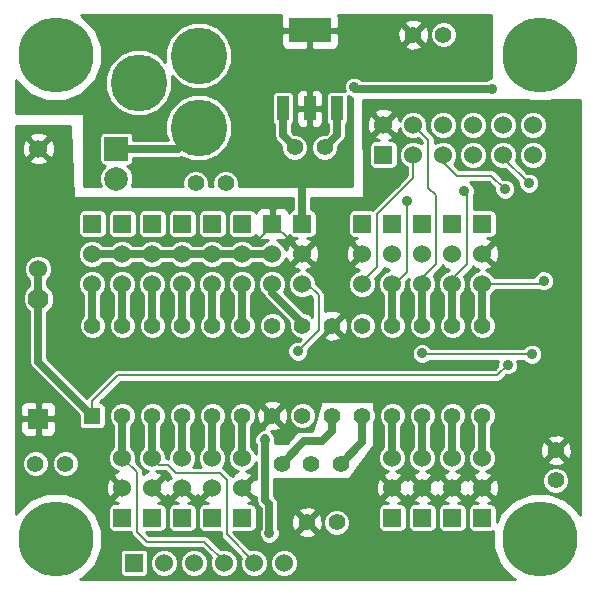
<source format=gtl>
G04 #@! TF.FileFunction,Copper,L1,Top,Signal*
%FSLAX46Y46*%
G04 Gerber Fmt 4.6, Leading zero omitted, Abs format (unit mm)*
G04 Created by KiCad (PCBNEW (after 2015-mar-04 BZR unknown)-product) date 7/24/2015 4:51:47 PM*
%MOMM*%
G01*
G04 APERTURE LIST*
%ADD10C,0.150000*%
%ADD11R,3.657600X2.032000*%
%ADD12R,1.016000X2.032000*%
%ADD13C,1.397000*%
%ADD14R,1.397000X1.397000*%
%ADD15R,1.998980X1.998980*%
%ADD16C,1.998980*%
%ADD17R,1.524000X1.524000*%
%ADD18C,1.524000*%
%ADD19C,1.778000*%
%ADD20R,1.778000X1.778000*%
%ADD21C,4.800600*%
%ADD22C,6.350000*%
%ADD23C,0.889000*%
%ADD24C,0.203200*%
%ADD25C,0.635000*%
%ADD26C,0.254000*%
G04 APERTURE END LIST*
D10*
D11*
X80518000Y-41910000D03*
D12*
X80518000Y-48514000D03*
X82804000Y-48514000D03*
X78232000Y-48514000D03*
D13*
X89290000Y-42286000D03*
X91830000Y-42286000D03*
X81788000Y-51816000D03*
X79248000Y-51816000D03*
X59826000Y-78608000D03*
X57286000Y-78608000D03*
X73406000Y-54864000D03*
X70866000Y-54864000D03*
X64652000Y-74544000D03*
X67192000Y-74544000D03*
X69732000Y-74544000D03*
X72272000Y-74544000D03*
X74812000Y-74544000D03*
X77352000Y-74544000D03*
X79892000Y-74544000D03*
X82432000Y-74544000D03*
X84972000Y-74544000D03*
X87512000Y-74544000D03*
X90052000Y-74544000D03*
X92592000Y-74544000D03*
X95132000Y-74544000D03*
D14*
X62112000Y-74544000D03*
D13*
X95132000Y-66924000D03*
X92592000Y-66924000D03*
X90052000Y-66924000D03*
X87512000Y-66924000D03*
X84972000Y-66924000D03*
X82432000Y-66924000D03*
X79892000Y-66924000D03*
X77352000Y-66924000D03*
X74812000Y-66924000D03*
X72272000Y-66924000D03*
X69732000Y-66924000D03*
X67192000Y-66924000D03*
X64652000Y-66924000D03*
X62112000Y-66924000D03*
D15*
X64144000Y-51938000D03*
D16*
X64144000Y-54478000D03*
D17*
X65650000Y-87000000D03*
D18*
X68190000Y-87000000D03*
X70730000Y-87000000D03*
X73270000Y-87000000D03*
X75810000Y-87000000D03*
X78350000Y-87000000D03*
D17*
X74812000Y-83180000D03*
D18*
X74812000Y-80640000D03*
X74812000Y-78100000D03*
D17*
X84972000Y-58288000D03*
D18*
X84972000Y-60828000D03*
X84972000Y-63368000D03*
D17*
X87512000Y-58288000D03*
D18*
X87512000Y-60828000D03*
X87512000Y-63368000D03*
D17*
X90052000Y-58288000D03*
D18*
X90052000Y-60828000D03*
X90052000Y-63368000D03*
D17*
X92592000Y-58288000D03*
D18*
X92592000Y-60828000D03*
X92592000Y-63368000D03*
D17*
X95132000Y-58288000D03*
D18*
X95132000Y-60828000D03*
X95132000Y-63368000D03*
D17*
X95132000Y-83180000D03*
D18*
X95132000Y-80640000D03*
X95132000Y-78100000D03*
D17*
X92592000Y-83180000D03*
D18*
X92592000Y-80640000D03*
X92592000Y-78100000D03*
D17*
X90052000Y-83180000D03*
D18*
X90052000Y-80640000D03*
X90052000Y-78100000D03*
D17*
X87512000Y-83180000D03*
D18*
X87512000Y-80640000D03*
X87512000Y-78100000D03*
D17*
X74812000Y-58288000D03*
D18*
X74812000Y-60828000D03*
X74812000Y-63368000D03*
D17*
X72272000Y-83180000D03*
D18*
X72272000Y-80640000D03*
X72272000Y-78100000D03*
D17*
X69732000Y-83180000D03*
D18*
X69732000Y-80640000D03*
X69732000Y-78100000D03*
D17*
X67192000Y-83180000D03*
D18*
X67192000Y-80640000D03*
X67192000Y-78100000D03*
D17*
X64652000Y-83180000D03*
D18*
X64652000Y-80640000D03*
X64652000Y-78100000D03*
D17*
X62112000Y-58288000D03*
D18*
X62112000Y-60828000D03*
X62112000Y-63368000D03*
D17*
X64652000Y-58288000D03*
D18*
X64652000Y-60828000D03*
X64652000Y-63368000D03*
D17*
X67192000Y-58288000D03*
D18*
X67192000Y-60828000D03*
X67192000Y-63368000D03*
D17*
X69732000Y-58288000D03*
D18*
X69732000Y-60828000D03*
X69732000Y-63368000D03*
D17*
X72272000Y-58288000D03*
D18*
X72272000Y-60828000D03*
X72272000Y-63368000D03*
D19*
X57540000Y-64638000D03*
D20*
X57540000Y-74798000D03*
D18*
X57540000Y-51938000D03*
X57540000Y-62098000D03*
D17*
X77352000Y-58288000D03*
D18*
X77352000Y-60828000D03*
X77352000Y-63368000D03*
D17*
X79892000Y-58288000D03*
D18*
X79892000Y-60828000D03*
X79892000Y-63368000D03*
D13*
X83153360Y-78608000D03*
X78154640Y-78608000D03*
X80654000Y-78608000D03*
D17*
X86750000Y-52446000D03*
D18*
X86750000Y-49906000D03*
X89290000Y-52446000D03*
X89290000Y-49906000D03*
X91830000Y-52446000D03*
X91830000Y-49906000D03*
X94370000Y-52446000D03*
X94370000Y-49906000D03*
X96910000Y-52446000D03*
X96910000Y-49906000D03*
X99450000Y-52446000D03*
X99450000Y-49906000D03*
D21*
X71120000Y-44069000D03*
X71120000Y-50165000D03*
X66040000Y-46355000D03*
D13*
X80264000Y-83566000D03*
X82804000Y-83566000D03*
X101346000Y-77470000D03*
X101346000Y-80010000D03*
D22*
X59000000Y-44000000D03*
X100000000Y-44000000D03*
X100000000Y-85000000D03*
X59000000Y-85000000D03*
D23*
X93599000Y-55499000D03*
X88782000Y-56383000D03*
X90043000Y-69278500D03*
X99314000Y-69342000D03*
X99060000Y-54864000D03*
X100339000Y-63114000D03*
X97282000Y-70231000D03*
X97028000Y-55372000D03*
X95948500Y-46863000D03*
X84264500Y-46736000D03*
X79502000Y-69088000D03*
X77100000Y-84500000D03*
X76708000Y-76581000D03*
D24*
X77352000Y-58288000D02*
X77401500Y-58288000D01*
X77401500Y-58288000D02*
X78740000Y-59626500D01*
X77352000Y-58288000D02*
X77352000Y-58474500D01*
X77352000Y-58474500D02*
X76200000Y-59626500D01*
D25*
X74812000Y-66924000D02*
X74812000Y-63368000D01*
X72272000Y-66924000D02*
X72272000Y-63368000D01*
X69732000Y-66924000D02*
X69732000Y-63368000D01*
X67192000Y-66924000D02*
X67192000Y-63368000D01*
X64652000Y-66924000D02*
X64652000Y-63368000D01*
X62112000Y-66924000D02*
X62112000Y-63368000D01*
X79892000Y-66924000D02*
X79892000Y-66684000D01*
X77352000Y-64144000D02*
X77352000Y-63368000D01*
X79892000Y-66684000D02*
X77352000Y-64144000D01*
X64652000Y-78100000D02*
X64652000Y-74544000D01*
D24*
X73270000Y-87000000D02*
X73270000Y-86870000D01*
X65900000Y-79348000D02*
X64652000Y-78100000D01*
X65900000Y-84400000D02*
X65900000Y-79348000D01*
X66700000Y-85200000D02*
X65900000Y-84400000D01*
X71600000Y-85200000D02*
X66700000Y-85200000D01*
X73270000Y-86870000D02*
X71600000Y-85200000D01*
D25*
X67192000Y-78100000D02*
X67192000Y-74544000D01*
D24*
X75810000Y-87000000D02*
X75810000Y-86910000D01*
X67792000Y-78700000D02*
X67192000Y-78100000D01*
X68500000Y-78700000D02*
X67792000Y-78700000D01*
X69200000Y-79400000D02*
X68500000Y-78700000D01*
X72900000Y-79400000D02*
X69200000Y-79400000D01*
X73500000Y-80000000D02*
X72900000Y-79400000D01*
X73500000Y-84600000D02*
X73500000Y-80000000D01*
X75810000Y-86910000D02*
X73500000Y-84600000D01*
X92592000Y-63368000D02*
X92592000Y-62983000D01*
X93853000Y-55753000D02*
X93599000Y-55499000D01*
X93853000Y-61722000D02*
X93853000Y-55753000D01*
X92592000Y-62983000D02*
X93853000Y-61722000D01*
D25*
X92592000Y-63368000D02*
X92592000Y-66924000D01*
D24*
X90560000Y-52832000D02*
X90560000Y-55254000D01*
X90560000Y-55254000D02*
X91195000Y-55889000D01*
D25*
X90052000Y-63368000D02*
X90052000Y-66924000D01*
D24*
X90052000Y-63368000D02*
X90052000Y-62860000D01*
X91195000Y-61717000D02*
X91195000Y-55889000D01*
X90052000Y-62860000D02*
X91195000Y-61717000D01*
X90560000Y-51176000D02*
X89290000Y-49906000D01*
X90560000Y-52832000D02*
X90560000Y-51176000D01*
D25*
X87512000Y-63368000D02*
X87512000Y-66924000D01*
D24*
X87512000Y-63368000D02*
X87766000Y-63368000D01*
X88782000Y-62352000D02*
X88782000Y-56383000D01*
X87766000Y-63368000D02*
X88782000Y-62352000D01*
X86242000Y-58547000D02*
X86242000Y-57458500D01*
X89290000Y-54410500D02*
X89290000Y-52446000D01*
X86242000Y-57458500D02*
X89290000Y-54410500D01*
X84972000Y-63368000D02*
X84972000Y-63241000D01*
X84972000Y-63241000D02*
X86242000Y-61971000D01*
X86242000Y-61971000D02*
X86242000Y-58547000D01*
D25*
X69732000Y-78100000D02*
X69732000Y-74544000D01*
X72272000Y-78100000D02*
X72272000Y-74544000D01*
X74812000Y-78100000D02*
X74812000Y-74544000D01*
X87512000Y-74544000D02*
X87512000Y-78100000D01*
D24*
X90106500Y-69342000D02*
X99314000Y-69342000D01*
X90043000Y-69278500D02*
X90106500Y-69342000D01*
X99060000Y-54864000D02*
X96910000Y-52714000D01*
X96910000Y-52714000D02*
X96910000Y-52446000D01*
D25*
X90052000Y-74544000D02*
X90052000Y-78100000D01*
X92592000Y-74544000D02*
X92592000Y-78100000D01*
X95132000Y-74544000D02*
X95132000Y-78100000D01*
X95132000Y-63368000D02*
X95132000Y-66924000D01*
D24*
X95132000Y-63368000D02*
X100085000Y-63368000D01*
X100085000Y-63368000D02*
X100339000Y-63114000D01*
D25*
X82432000Y-74544000D02*
X82432000Y-75810000D01*
X80054640Y-76708000D02*
X78154640Y-78608000D01*
X81534000Y-76708000D02*
X80054640Y-76708000D01*
X82432000Y-75810000D02*
X81534000Y-76708000D01*
X84972000Y-74544000D02*
X84972000Y-76789360D01*
X84972000Y-76789360D02*
X83153360Y-78608000D01*
D24*
X78300000Y-71120000D02*
X64280000Y-71120000D01*
X62112000Y-73288000D02*
X62112000Y-74544000D01*
X64280000Y-71120000D02*
X62112000Y-73288000D01*
X91830000Y-52446000D02*
X91830000Y-53095000D01*
X95885000Y-54229000D02*
X97028000Y-55372000D01*
X92964000Y-54229000D02*
X95885000Y-54229000D01*
X91830000Y-53095000D02*
X92964000Y-54229000D01*
X96393000Y-71120000D02*
X97282000Y-70231000D01*
X78300000Y-71120000D02*
X96393000Y-71120000D01*
D25*
X57540000Y-64638000D02*
X57540000Y-69972000D01*
X57540000Y-69972000D02*
X62112000Y-74544000D01*
X57540000Y-64638000D02*
X57540000Y-62098000D01*
X84391500Y-46863000D02*
X95948500Y-46863000D01*
X84264500Y-46736000D02*
X84391500Y-46863000D01*
X69347000Y-51938000D02*
X71120000Y-50165000D01*
X64144000Y-51938000D02*
X69347000Y-51938000D01*
X82804000Y-50800000D02*
X81788000Y-51816000D01*
X82804000Y-48514000D02*
X82804000Y-50800000D01*
X79892000Y-58288000D02*
X79892000Y-54746000D01*
X79892000Y-54746000D02*
X79883000Y-54737000D01*
X78232000Y-50800000D02*
X79248000Y-51816000D01*
X78232000Y-48514000D02*
X78232000Y-50800000D01*
D24*
X79502000Y-69088000D02*
X81280000Y-67310000D01*
X81280000Y-67310000D02*
X81280000Y-64325500D01*
X81280000Y-64325500D02*
X80322500Y-63368000D01*
X80322500Y-63368000D02*
X79892000Y-63368000D01*
D25*
X76708000Y-81661000D02*
X76708000Y-76454000D01*
X77100000Y-82053000D02*
X76708000Y-81661000D01*
X77100000Y-84500000D02*
X77100000Y-82053000D01*
D24*
X76708000Y-76581000D02*
X76708000Y-76454000D01*
D25*
X62112000Y-60828000D02*
X64652000Y-60828000D01*
X64652000Y-60828000D02*
X67192000Y-60828000D01*
X67192000Y-60828000D02*
X69732000Y-60828000D01*
X69732000Y-60828000D02*
X72272000Y-60828000D01*
X72272000Y-60828000D02*
X74812000Y-60828000D01*
X74812000Y-60828000D02*
X77352000Y-60828000D01*
D26*
G36*
X87705747Y-60842142D02*
X87526142Y-61021747D01*
X87512000Y-61007605D01*
X87497857Y-61021747D01*
X87318252Y-60842142D01*
X87332395Y-60828000D01*
X87318252Y-60813857D01*
X87497857Y-60634252D01*
X87512000Y-60648395D01*
X87526142Y-60634252D01*
X87705747Y-60813857D01*
X87691605Y-60828000D01*
X87705747Y-60842142D01*
X87705747Y-60842142D01*
G37*
X87705747Y-60842142D02*
X87526142Y-61021747D01*
X87512000Y-61007605D01*
X87497857Y-61021747D01*
X87318252Y-60842142D01*
X87332395Y-60828000D01*
X87318252Y-60813857D01*
X87497857Y-60634252D01*
X87512000Y-60648395D01*
X87526142Y-60634252D01*
X87705747Y-60813857D01*
X87691605Y-60828000D01*
X87705747Y-60842142D01*
G36*
X90245747Y-60842142D02*
X90066142Y-61021747D01*
X90052000Y-61007605D01*
X90037857Y-61021747D01*
X89858252Y-60842142D01*
X89872395Y-60828000D01*
X89858252Y-60813857D01*
X90037857Y-60634252D01*
X90052000Y-60648395D01*
X90066142Y-60634252D01*
X90245747Y-60813857D01*
X90231605Y-60828000D01*
X90245747Y-60842142D01*
X90245747Y-60842142D01*
G37*
X90245747Y-60842142D02*
X90066142Y-61021747D01*
X90052000Y-61007605D01*
X90037857Y-61021747D01*
X89858252Y-60842142D01*
X89872395Y-60828000D01*
X89858252Y-60813857D01*
X90037857Y-60634252D01*
X90052000Y-60648395D01*
X90066142Y-60634252D01*
X90245747Y-60813857D01*
X90231605Y-60828000D01*
X90245747Y-60842142D01*
G36*
X92785747Y-60842142D02*
X92606142Y-61021747D01*
X92592000Y-61007605D01*
X92577857Y-61021747D01*
X92398252Y-60842142D01*
X92412395Y-60828000D01*
X92398252Y-60813857D01*
X92577857Y-60634252D01*
X92592000Y-60648395D01*
X92606142Y-60634252D01*
X92785747Y-60813857D01*
X92771605Y-60828000D01*
X92785747Y-60842142D01*
X92785747Y-60842142D01*
G37*
X92785747Y-60842142D02*
X92606142Y-61021747D01*
X92592000Y-61007605D01*
X92577857Y-61021747D01*
X92398252Y-60842142D01*
X92412395Y-60828000D01*
X92398252Y-60813857D01*
X92577857Y-60634252D01*
X92592000Y-60648395D01*
X92606142Y-60634252D01*
X92785747Y-60813857D01*
X92771605Y-60828000D01*
X92785747Y-60842142D01*
G36*
X103399700Y-82918302D02*
X103339572Y-82772782D01*
X102691927Y-82124005D01*
X102691927Y-77662520D01*
X102663148Y-77132801D01*
X102515800Y-76777071D01*
X102280188Y-76715417D01*
X102100583Y-76895022D01*
X102100583Y-76535812D01*
X102038929Y-76300200D01*
X101538520Y-76124073D01*
X101215452Y-76141624D01*
X101215452Y-62940458D01*
X101082324Y-62618264D01*
X100836032Y-62371542D01*
X100644007Y-62291805D01*
X100644007Y-52209580D01*
X100644007Y-49669580D01*
X100462645Y-49230650D01*
X100127116Y-48894536D01*
X99688503Y-48712408D01*
X99213580Y-48711993D01*
X98774650Y-48893355D01*
X98438536Y-49228884D01*
X98256408Y-49667497D01*
X98255993Y-50142420D01*
X98437355Y-50581350D01*
X98772884Y-50917464D01*
X99211497Y-51099592D01*
X99686420Y-51100007D01*
X100125350Y-50918645D01*
X100461464Y-50583116D01*
X100643592Y-50144503D01*
X100644007Y-49669580D01*
X100644007Y-52209580D01*
X100462645Y-51770650D01*
X100127116Y-51434536D01*
X99688503Y-51252408D01*
X99213580Y-51251993D01*
X98774650Y-51433355D01*
X98438536Y-51768884D01*
X98256408Y-52207497D01*
X98255993Y-52682420D01*
X98437355Y-53121350D01*
X98772884Y-53457464D01*
X99211497Y-53639592D01*
X99686420Y-53640007D01*
X100125350Y-53458645D01*
X100461464Y-53123116D01*
X100643592Y-52684503D01*
X100644007Y-52209580D01*
X100644007Y-62291805D01*
X100514072Y-62237852D01*
X100165458Y-62237548D01*
X99936452Y-62332171D01*
X99936452Y-54690458D01*
X99803324Y-54368264D01*
X99557032Y-54121542D01*
X99235072Y-53987852D01*
X98937934Y-53987592D01*
X97966059Y-53015717D01*
X98103592Y-52684503D01*
X98104007Y-52209580D01*
X98104007Y-49669580D01*
X97922645Y-49230650D01*
X97587116Y-48894536D01*
X97148503Y-48712408D01*
X96673580Y-48711993D01*
X96234650Y-48893355D01*
X95898536Y-49228884D01*
X95716408Y-49667497D01*
X95715993Y-50142420D01*
X95897355Y-50581350D01*
X96232884Y-50917464D01*
X96671497Y-51099592D01*
X97146420Y-51100007D01*
X97585350Y-50918645D01*
X97921464Y-50583116D01*
X98103592Y-50144503D01*
X98104007Y-49669580D01*
X98104007Y-52209580D01*
X97922645Y-51770650D01*
X97587116Y-51434536D01*
X97148503Y-51252408D01*
X96673580Y-51251993D01*
X96234650Y-51433355D01*
X95898536Y-51768884D01*
X95716408Y-52207497D01*
X95715993Y-52682420D01*
X95897355Y-53121350D01*
X96232884Y-53457464D01*
X96671497Y-53639592D01*
X97081608Y-53639950D01*
X98183805Y-54742147D01*
X98183548Y-55037542D01*
X98316676Y-55359736D01*
X98562968Y-55606458D01*
X98884928Y-55740148D01*
X99233542Y-55740452D01*
X99555736Y-55607324D01*
X99802458Y-55361032D01*
X99936148Y-55039072D01*
X99936452Y-54690458D01*
X99936452Y-62332171D01*
X99843264Y-62370676D01*
X99596542Y-62616968D01*
X99506172Y-62834600D01*
X96541144Y-62834600D01*
X96541144Y-61035698D01*
X96513362Y-60480632D01*
X96354397Y-60096857D01*
X96112213Y-60027392D01*
X95311605Y-60828000D01*
X96112213Y-61628608D01*
X96354397Y-61559143D01*
X96541144Y-61035698D01*
X96541144Y-62834600D01*
X96203297Y-62834600D01*
X96144645Y-62692650D01*
X95809116Y-62356536D01*
X95457337Y-62210464D01*
X95479368Y-62209362D01*
X95863143Y-62050397D01*
X95932608Y-61808213D01*
X95132000Y-61007605D01*
X95117857Y-61021747D01*
X94938252Y-60842142D01*
X94952395Y-60828000D01*
X94938252Y-60813857D01*
X95117857Y-60634252D01*
X95132000Y-60648395D01*
X95932608Y-59847787D01*
X95863143Y-59605603D01*
X95539837Y-59490259D01*
X95894000Y-59490259D01*
X96058644Y-59458315D01*
X96203351Y-59363258D01*
X96300216Y-59219755D01*
X96334259Y-59050000D01*
X96334259Y-57526000D01*
X96302315Y-57361356D01*
X96207258Y-57216649D01*
X96063755Y-57119784D01*
X95894000Y-57085741D01*
X94386400Y-57085741D01*
X94386400Y-55887800D01*
X94475148Y-55674072D01*
X94475452Y-55325458D01*
X94342324Y-55003264D01*
X94101879Y-54762400D01*
X95664058Y-54762400D01*
X96151805Y-55250147D01*
X96151548Y-55545542D01*
X96284676Y-55867736D01*
X96530968Y-56114458D01*
X96852928Y-56248148D01*
X97201542Y-56248452D01*
X97523736Y-56115324D01*
X97770458Y-55869032D01*
X97904148Y-55547072D01*
X97904452Y-55198458D01*
X97771324Y-54876264D01*
X97525032Y-54629542D01*
X97203072Y-54495852D01*
X96905934Y-54495592D01*
X96262171Y-53851829D01*
X96089123Y-53736203D01*
X95885000Y-53695600D01*
X95564007Y-53695600D01*
X95564007Y-52209580D01*
X95564007Y-49669580D01*
X95382645Y-49230650D01*
X95047116Y-48894536D01*
X94608503Y-48712408D01*
X94133580Y-48711993D01*
X93694650Y-48893355D01*
X93358536Y-49228884D01*
X93176408Y-49667497D01*
X93175993Y-50142420D01*
X93357355Y-50581350D01*
X93692884Y-50917464D01*
X94131497Y-51099592D01*
X94606420Y-51100007D01*
X95045350Y-50918645D01*
X95381464Y-50583116D01*
X95563592Y-50144503D01*
X95564007Y-49669580D01*
X95564007Y-52209580D01*
X95382645Y-51770650D01*
X95047116Y-51434536D01*
X94608503Y-51252408D01*
X94133580Y-51251993D01*
X93694650Y-51433355D01*
X93358536Y-51768884D01*
X93176408Y-52207497D01*
X93175993Y-52682420D01*
X93357355Y-53121350D01*
X93692884Y-53457464D01*
X94131497Y-53639592D01*
X94606420Y-53640007D01*
X95045350Y-53458645D01*
X95381464Y-53123116D01*
X95563592Y-52684503D01*
X95564007Y-52209580D01*
X95564007Y-53695600D01*
X93184942Y-53695600D01*
X92726861Y-53237519D01*
X92841464Y-53123116D01*
X93023592Y-52684503D01*
X93024007Y-52209580D01*
X93024007Y-49669580D01*
X92842645Y-49230650D01*
X92507116Y-48894536D01*
X92068503Y-48712408D01*
X91593580Y-48711993D01*
X91154650Y-48893355D01*
X90818536Y-49228884D01*
X90636408Y-49667497D01*
X90635993Y-50142420D01*
X90817355Y-50581350D01*
X91152884Y-50917464D01*
X91591497Y-51099592D01*
X92066420Y-51100007D01*
X92505350Y-50918645D01*
X92841464Y-50583116D01*
X93023592Y-50144503D01*
X93024007Y-49669580D01*
X93024007Y-52209580D01*
X92842645Y-51770650D01*
X92507116Y-51434536D01*
X92068503Y-51252408D01*
X91593580Y-51251993D01*
X91154650Y-51433355D01*
X91093400Y-51494498D01*
X91093400Y-51176000D01*
X91052797Y-50971877D01*
X91052797Y-50971876D01*
X90937171Y-50798829D01*
X90424691Y-50286349D01*
X90483592Y-50144503D01*
X90484007Y-49669580D01*
X90302645Y-49230650D01*
X89967116Y-48894536D01*
X89528503Y-48712408D01*
X89053580Y-48711993D01*
X88614650Y-48893355D01*
X88278536Y-49228884D01*
X88132464Y-49580662D01*
X88131362Y-49558632D01*
X87972397Y-49174857D01*
X87730213Y-49105392D01*
X87550608Y-49284997D01*
X87550608Y-48925787D01*
X87481143Y-48683603D01*
X86957698Y-48496856D01*
X86402632Y-48524638D01*
X86018857Y-48683603D01*
X85949392Y-48925787D01*
X86750000Y-49726395D01*
X87550608Y-48925787D01*
X87550608Y-49284997D01*
X86929605Y-49906000D01*
X87730213Y-50706608D01*
X87972397Y-50637143D01*
X88124383Y-50211130D01*
X88277355Y-50581350D01*
X88612884Y-50917464D01*
X89051497Y-51099592D01*
X89526420Y-51100007D01*
X89670239Y-51040581D01*
X90026600Y-51396942D01*
X90026600Y-51494123D01*
X89967116Y-51434536D01*
X89528503Y-51252408D01*
X89053580Y-51251993D01*
X88614650Y-51433355D01*
X88278536Y-51768884D01*
X88096408Y-52207497D01*
X88095993Y-52682420D01*
X88277355Y-53121350D01*
X88612884Y-53457464D01*
X88756600Y-53517140D01*
X88756600Y-54189558D01*
X87952259Y-54993899D01*
X87952259Y-53208000D01*
X87952259Y-51684000D01*
X87920315Y-51519356D01*
X87825258Y-51374649D01*
X87681755Y-51277784D01*
X87512000Y-51243741D01*
X87202678Y-51243741D01*
X87481143Y-51128397D01*
X87550608Y-50886213D01*
X86750000Y-50085605D01*
X86570395Y-50265210D01*
X86570395Y-49906000D01*
X85769787Y-49105392D01*
X85527603Y-49174857D01*
X85340856Y-49698302D01*
X85368638Y-50253368D01*
X85527603Y-50637143D01*
X85769787Y-50706608D01*
X86570395Y-49906000D01*
X86570395Y-50265210D01*
X85949392Y-50886213D01*
X86018857Y-51128397D01*
X86342162Y-51243741D01*
X85988000Y-51243741D01*
X85823356Y-51275685D01*
X85678649Y-51370742D01*
X85581784Y-51514245D01*
X85547741Y-51684000D01*
X85547741Y-53208000D01*
X85579685Y-53372644D01*
X85674742Y-53517351D01*
X85818245Y-53614216D01*
X85988000Y-53648259D01*
X87512000Y-53648259D01*
X87676644Y-53616315D01*
X87821351Y-53521258D01*
X87918216Y-53377755D01*
X87952259Y-53208000D01*
X87952259Y-54993899D01*
X85864829Y-57081329D01*
X85846770Y-57108356D01*
X85734000Y-57085741D01*
X84210000Y-57085741D01*
X84045356Y-57117685D01*
X83900649Y-57212742D01*
X83803784Y-57356245D01*
X83769741Y-57526000D01*
X83769741Y-59050000D01*
X83801685Y-59214644D01*
X83896742Y-59359351D01*
X84040245Y-59456216D01*
X84210000Y-59490259D01*
X84519321Y-59490259D01*
X84240857Y-59605603D01*
X84171392Y-59847787D01*
X84972000Y-60648395D01*
X84986142Y-60634252D01*
X85165747Y-60813857D01*
X85151605Y-60828000D01*
X85165747Y-60842142D01*
X84986142Y-61021747D01*
X84972000Y-61007605D01*
X84792395Y-61187210D01*
X84792395Y-60828000D01*
X83991787Y-60027392D01*
X83749603Y-60096857D01*
X83562856Y-60620302D01*
X83590638Y-61175368D01*
X83749603Y-61559143D01*
X83991787Y-61628608D01*
X84792395Y-60828000D01*
X84792395Y-61187210D01*
X84171392Y-61808213D01*
X84240857Y-62050397D01*
X84666869Y-62202383D01*
X84296650Y-62355355D01*
X83960536Y-62690884D01*
X83778408Y-63129497D01*
X83777993Y-63604420D01*
X83959355Y-64043350D01*
X84294884Y-64379464D01*
X84733497Y-64561592D01*
X85208420Y-64562007D01*
X85647350Y-64380645D01*
X85983464Y-64045116D01*
X86165592Y-63606503D01*
X86166007Y-63131580D01*
X86069449Y-62897892D01*
X86619171Y-62348171D01*
X86734797Y-62175124D01*
X86734797Y-62175123D01*
X86768308Y-62006649D01*
X86780857Y-62050397D01*
X87206869Y-62202383D01*
X86836650Y-62355355D01*
X86500536Y-62690884D01*
X86318408Y-63129497D01*
X86317993Y-63604420D01*
X86499355Y-64043350D01*
X86762700Y-64307154D01*
X86762700Y-66074900D01*
X86554337Y-66282900D01*
X86381897Y-66698183D01*
X86381504Y-67147844D01*
X86553219Y-67563427D01*
X86870900Y-67881663D01*
X87286183Y-68054103D01*
X87735844Y-68054496D01*
X88151427Y-67882781D01*
X88469663Y-67565100D01*
X88642103Y-67149817D01*
X88642496Y-66700156D01*
X88470781Y-66284573D01*
X88261300Y-66074726D01*
X88261300Y-64306823D01*
X88523464Y-64045116D01*
X88705592Y-63606503D01*
X88705962Y-63182379D01*
X88929106Y-62959235D01*
X88858408Y-63129497D01*
X88857993Y-63604420D01*
X89039355Y-64043350D01*
X89302700Y-64307154D01*
X89302700Y-66074900D01*
X89094337Y-66282900D01*
X88921897Y-66698183D01*
X88921504Y-67147844D01*
X89093219Y-67563427D01*
X89410900Y-67881663D01*
X89826183Y-68054103D01*
X90275844Y-68054496D01*
X90691427Y-67882781D01*
X91009663Y-67565100D01*
X91182103Y-67149817D01*
X91182496Y-66700156D01*
X91010781Y-66284573D01*
X90801300Y-66074726D01*
X90801300Y-64306823D01*
X91063464Y-64045116D01*
X91245592Y-63606503D01*
X91246007Y-63131580D01*
X91064645Y-62692650D01*
X91019208Y-62647133D01*
X91572171Y-62094171D01*
X91687797Y-61921123D01*
X91690109Y-61909498D01*
X91791392Y-61808215D01*
X91860857Y-62050397D01*
X92286869Y-62202383D01*
X91916650Y-62355355D01*
X91580536Y-62690884D01*
X91398408Y-63129497D01*
X91397993Y-63604420D01*
X91579355Y-64043350D01*
X91842700Y-64307154D01*
X91842700Y-66074900D01*
X91634337Y-66282900D01*
X91461897Y-66698183D01*
X91461504Y-67147844D01*
X91633219Y-67563427D01*
X91950900Y-67881663D01*
X92366183Y-68054103D01*
X92815844Y-68054496D01*
X93231427Y-67882781D01*
X93549663Y-67565100D01*
X93722103Y-67149817D01*
X93722496Y-66700156D01*
X93550781Y-66284573D01*
X93341300Y-66074726D01*
X93341300Y-64306823D01*
X93603464Y-64045116D01*
X93785592Y-63606503D01*
X93786007Y-63131580D01*
X93614014Y-62715327D01*
X94230171Y-62099171D01*
X94345797Y-61926124D01*
X94345797Y-61926123D01*
X94353747Y-61886153D01*
X94400857Y-62050397D01*
X94826869Y-62202383D01*
X94456650Y-62355355D01*
X94120536Y-62690884D01*
X93938408Y-63129497D01*
X93937993Y-63604420D01*
X94119355Y-64043350D01*
X94382700Y-64307154D01*
X94382700Y-66074900D01*
X94174337Y-66282900D01*
X94001897Y-66698183D01*
X94001504Y-67147844D01*
X94173219Y-67563427D01*
X94490900Y-67881663D01*
X94906183Y-68054103D01*
X95355844Y-68054496D01*
X95771427Y-67882781D01*
X96089663Y-67565100D01*
X96262103Y-67149817D01*
X96262496Y-66700156D01*
X96090781Y-66284573D01*
X95881300Y-66074726D01*
X95881300Y-64306823D01*
X96143464Y-64045116D01*
X96203140Y-63901400D01*
X99950199Y-63901400D01*
X100163928Y-63990148D01*
X100512542Y-63990452D01*
X100834736Y-63857324D01*
X101081458Y-63611032D01*
X101215148Y-63289072D01*
X101215452Y-62940458D01*
X101215452Y-76141624D01*
X101008801Y-76152852D01*
X100653071Y-76300200D01*
X100591417Y-76535812D01*
X101346000Y-77290395D01*
X102100583Y-76535812D01*
X102100583Y-76895022D01*
X101525605Y-77470000D01*
X102280188Y-78224583D01*
X102515800Y-78162929D01*
X102691927Y-77662520D01*
X102691927Y-82124005D01*
X102476496Y-81908198D01*
X102476496Y-79786156D01*
X102304781Y-79370573D01*
X102100583Y-79166018D01*
X102100583Y-78404188D01*
X101346000Y-77649605D01*
X101166395Y-77829210D01*
X101166395Y-77470000D01*
X100411812Y-76715417D01*
X100190452Y-76773341D01*
X100190452Y-69168458D01*
X100057324Y-68846264D01*
X99811032Y-68599542D01*
X99489072Y-68465852D01*
X99140458Y-68465548D01*
X98818264Y-68598676D01*
X98607973Y-68808600D01*
X90796999Y-68808600D01*
X90786324Y-68782764D01*
X90540032Y-68536042D01*
X90218072Y-68402352D01*
X89869458Y-68402048D01*
X89547264Y-68535176D01*
X89300542Y-68781468D01*
X89166852Y-69103428D01*
X89166548Y-69452042D01*
X89299676Y-69774236D01*
X89545968Y-70020958D01*
X89867928Y-70154648D01*
X90216542Y-70154952D01*
X90538736Y-70021824D01*
X90685415Y-69875400D01*
X96480814Y-69875400D01*
X96405852Y-70055928D01*
X96405592Y-70353065D01*
X96172057Y-70586600D01*
X86102496Y-70586600D01*
X86102496Y-66700156D01*
X85930781Y-66284573D01*
X85613100Y-65966337D01*
X85197817Y-65793897D01*
X84748156Y-65793504D01*
X84332573Y-65965219D01*
X84014337Y-66282900D01*
X83841897Y-66698183D01*
X83841504Y-67147844D01*
X84013219Y-67563427D01*
X84330900Y-67881663D01*
X84746183Y-68054103D01*
X85195844Y-68054496D01*
X85611427Y-67882781D01*
X85929663Y-67565100D01*
X86102103Y-67149817D01*
X86102496Y-66700156D01*
X86102496Y-70586600D01*
X83777927Y-70586600D01*
X83777927Y-67116520D01*
X83749148Y-66586801D01*
X83601800Y-66231071D01*
X83366188Y-66169417D01*
X83186583Y-66349022D01*
X83186583Y-65989812D01*
X83124929Y-65754200D01*
X82624520Y-65578073D01*
X82094801Y-65606852D01*
X81813400Y-65723411D01*
X81813400Y-64325500D01*
X81772797Y-64121377D01*
X81772797Y-64121376D01*
X81726483Y-64052063D01*
X81657171Y-63948329D01*
X81657167Y-63948326D01*
X81301144Y-63592302D01*
X81301144Y-61035698D01*
X81273362Y-60480632D01*
X81114397Y-60096857D01*
X80872213Y-60027392D01*
X80071605Y-60828000D01*
X80872213Y-61628608D01*
X81114397Y-61559143D01*
X81301144Y-61035698D01*
X81301144Y-63592302D01*
X81085792Y-63376950D01*
X81086007Y-63131580D01*
X80904645Y-62692650D01*
X80569116Y-62356536D01*
X80217337Y-62210464D01*
X80239368Y-62209362D01*
X80623143Y-62050397D01*
X80692608Y-61808213D01*
X79892000Y-61007605D01*
X79091392Y-61808213D01*
X79160857Y-62050397D01*
X79586869Y-62202383D01*
X79216650Y-62355355D01*
X78880536Y-62690884D01*
X78698408Y-63129497D01*
X78697993Y-63604420D01*
X78879355Y-64043350D01*
X79214884Y-64379464D01*
X79653497Y-64561592D01*
X80128420Y-64562007D01*
X80567350Y-64380645D01*
X80574082Y-64373924D01*
X80746600Y-64546441D01*
X80746600Y-66180209D01*
X80533100Y-65966337D01*
X80117817Y-65793897D01*
X80061517Y-65793847D01*
X78338102Y-64070432D01*
X78363464Y-64045116D01*
X78545592Y-63606503D01*
X78546007Y-63131580D01*
X78364645Y-62692650D01*
X78029116Y-62356536D01*
X77590503Y-62174408D01*
X77115580Y-62173993D01*
X76676650Y-62355355D01*
X76340536Y-62690884D01*
X76158408Y-63129497D01*
X76157993Y-63604420D01*
X76339355Y-64043350D01*
X76643229Y-64347753D01*
X76659737Y-64430745D01*
X76822165Y-64673835D01*
X78786723Y-66638393D01*
X78761897Y-66698183D01*
X78761504Y-67147844D01*
X78933219Y-67563427D01*
X79250900Y-67881663D01*
X79666183Y-68054103D01*
X79781454Y-68054203D01*
X79623852Y-68211805D01*
X79328458Y-68211548D01*
X79006264Y-68344676D01*
X78759542Y-68590968D01*
X78625852Y-68912928D01*
X78625548Y-69261542D01*
X78758676Y-69583736D01*
X79004968Y-69830458D01*
X79326928Y-69964148D01*
X79675542Y-69964452D01*
X79997736Y-69831324D01*
X80244458Y-69585032D01*
X80378148Y-69263072D01*
X80378407Y-68965934D01*
X81657171Y-67687171D01*
X81772797Y-67514123D01*
X81800241Y-67376153D01*
X82252395Y-66924000D01*
X82238252Y-66909857D01*
X82417857Y-66730252D01*
X82432000Y-66744395D01*
X83186583Y-65989812D01*
X83186583Y-66349022D01*
X82611605Y-66924000D01*
X83366188Y-67678583D01*
X83601800Y-67616929D01*
X83777927Y-67116520D01*
X83777927Y-70586600D01*
X83186583Y-70586600D01*
X83186583Y-67858188D01*
X82432000Y-67103605D01*
X81677417Y-67858188D01*
X81739071Y-68093800D01*
X82239480Y-68269927D01*
X82769199Y-68241148D01*
X83124929Y-68093800D01*
X83186583Y-67858188D01*
X83186583Y-70586600D01*
X78482496Y-70586600D01*
X78482496Y-66700156D01*
X78310781Y-66284573D01*
X77993100Y-65966337D01*
X77577817Y-65793897D01*
X77128156Y-65793504D01*
X76712573Y-65965219D01*
X76394337Y-66282900D01*
X76221897Y-66698183D01*
X76221504Y-67147844D01*
X76393219Y-67563427D01*
X76710900Y-67881663D01*
X77126183Y-68054103D01*
X77575844Y-68054496D01*
X77991427Y-67882781D01*
X78309663Y-67565100D01*
X78482103Y-67149817D01*
X78482496Y-66700156D01*
X78482496Y-70586600D01*
X78300000Y-70586600D01*
X76006007Y-70586600D01*
X76006007Y-63131580D01*
X75824645Y-62692650D01*
X75489116Y-62356536D01*
X75050503Y-62174408D01*
X74575580Y-62173993D01*
X74136650Y-62355355D01*
X73800536Y-62690884D01*
X73618408Y-63129497D01*
X73617993Y-63604420D01*
X73799355Y-64043350D01*
X74062700Y-64307154D01*
X74062700Y-66074900D01*
X73854337Y-66282900D01*
X73681897Y-66698183D01*
X73681504Y-67147844D01*
X73853219Y-67563427D01*
X74170900Y-67881663D01*
X74586183Y-68054103D01*
X75035844Y-68054496D01*
X75451427Y-67882781D01*
X75769663Y-67565100D01*
X75942103Y-67149817D01*
X75942496Y-66700156D01*
X75770781Y-66284573D01*
X75561300Y-66074726D01*
X75561300Y-64306823D01*
X75823464Y-64045116D01*
X76005592Y-63606503D01*
X76006007Y-63131580D01*
X76006007Y-70586600D01*
X73466007Y-70586600D01*
X73466007Y-63131580D01*
X73284645Y-62692650D01*
X72949116Y-62356536D01*
X72510503Y-62174408D01*
X72035580Y-62173993D01*
X71596650Y-62355355D01*
X71260536Y-62690884D01*
X71078408Y-63129497D01*
X71077993Y-63604420D01*
X71259355Y-64043350D01*
X71522700Y-64307154D01*
X71522700Y-66074900D01*
X71314337Y-66282900D01*
X71141897Y-66698183D01*
X71141504Y-67147844D01*
X71313219Y-67563427D01*
X71630900Y-67881663D01*
X72046183Y-68054103D01*
X72495844Y-68054496D01*
X72911427Y-67882781D01*
X73229663Y-67565100D01*
X73402103Y-67149817D01*
X73402496Y-66700156D01*
X73230781Y-66284573D01*
X73021300Y-66074726D01*
X73021300Y-64306823D01*
X73283464Y-64045116D01*
X73465592Y-63606503D01*
X73466007Y-63131580D01*
X73466007Y-70586600D01*
X70926007Y-70586600D01*
X70926007Y-63131580D01*
X70744645Y-62692650D01*
X70409116Y-62356536D01*
X69970503Y-62174408D01*
X69495580Y-62173993D01*
X69056650Y-62355355D01*
X68720536Y-62690884D01*
X68538408Y-63129497D01*
X68537993Y-63604420D01*
X68719355Y-64043350D01*
X68982700Y-64307154D01*
X68982700Y-66074900D01*
X68774337Y-66282900D01*
X68601897Y-66698183D01*
X68601504Y-67147844D01*
X68773219Y-67563427D01*
X69090900Y-67881663D01*
X69506183Y-68054103D01*
X69955844Y-68054496D01*
X70371427Y-67882781D01*
X70689663Y-67565100D01*
X70862103Y-67149817D01*
X70862496Y-66700156D01*
X70690781Y-66284573D01*
X70481300Y-66074726D01*
X70481300Y-64306823D01*
X70743464Y-64045116D01*
X70925592Y-63606503D01*
X70926007Y-63131580D01*
X70926007Y-70586600D01*
X68386007Y-70586600D01*
X68386007Y-63131580D01*
X68204645Y-62692650D01*
X67869116Y-62356536D01*
X67430503Y-62174408D01*
X66955580Y-62173993D01*
X66516650Y-62355355D01*
X66180536Y-62690884D01*
X65998408Y-63129497D01*
X65997993Y-63604420D01*
X66179355Y-64043350D01*
X66442700Y-64307154D01*
X66442700Y-66074900D01*
X66234337Y-66282900D01*
X66061897Y-66698183D01*
X66061504Y-67147844D01*
X66233219Y-67563427D01*
X66550900Y-67881663D01*
X66966183Y-68054103D01*
X67415844Y-68054496D01*
X67831427Y-67882781D01*
X68149663Y-67565100D01*
X68322103Y-67149817D01*
X68322496Y-66700156D01*
X68150781Y-66284573D01*
X67941300Y-66074726D01*
X67941300Y-64306823D01*
X68203464Y-64045116D01*
X68385592Y-63606503D01*
X68386007Y-63131580D01*
X68386007Y-70586600D01*
X65846007Y-70586600D01*
X65846007Y-63131580D01*
X65664645Y-62692650D01*
X65329116Y-62356536D01*
X64890503Y-62174408D01*
X64415580Y-62173993D01*
X63976650Y-62355355D01*
X63640536Y-62690884D01*
X63458408Y-63129497D01*
X63457993Y-63604420D01*
X63639355Y-64043350D01*
X63902700Y-64307154D01*
X63902700Y-66074900D01*
X63694337Y-66282900D01*
X63521897Y-66698183D01*
X63521504Y-67147844D01*
X63693219Y-67563427D01*
X64010900Y-67881663D01*
X64426183Y-68054103D01*
X64875844Y-68054496D01*
X65291427Y-67882781D01*
X65609663Y-67565100D01*
X65782103Y-67149817D01*
X65782496Y-66700156D01*
X65610781Y-66284573D01*
X65401300Y-66074726D01*
X65401300Y-64306823D01*
X65663464Y-64045116D01*
X65845592Y-63606503D01*
X65846007Y-63131580D01*
X65846007Y-70586600D01*
X64280000Y-70586600D01*
X64075877Y-70627203D01*
X63902829Y-70742829D01*
X63306007Y-71339651D01*
X63306007Y-63131580D01*
X63124645Y-62692650D01*
X62789116Y-62356536D01*
X62350503Y-62174408D01*
X61875580Y-62173993D01*
X61436650Y-62355355D01*
X61100536Y-62690884D01*
X60918408Y-63129497D01*
X60917993Y-63604420D01*
X61099355Y-64043350D01*
X61362700Y-64307154D01*
X61362700Y-66074900D01*
X61154337Y-66282900D01*
X60981897Y-66698183D01*
X60981504Y-67147844D01*
X61153219Y-67563427D01*
X61470900Y-67881663D01*
X61886183Y-68054103D01*
X62335844Y-68054496D01*
X62751427Y-67882781D01*
X63069663Y-67565100D01*
X63242103Y-67149817D01*
X63242496Y-66700156D01*
X63070781Y-66284573D01*
X62861300Y-66074726D01*
X62861300Y-64306823D01*
X63123464Y-64045116D01*
X63305592Y-63606503D01*
X63306007Y-63131580D01*
X63306007Y-71339651D01*
X61734829Y-72910829D01*
X61656190Y-73028520D01*
X58949144Y-70321474D01*
X58949144Y-52145698D01*
X58921362Y-51590632D01*
X58762397Y-51206857D01*
X58520213Y-51137392D01*
X58340608Y-51316997D01*
X58340608Y-50957787D01*
X58271143Y-50715603D01*
X57747698Y-50528856D01*
X57192632Y-50556638D01*
X56808857Y-50715603D01*
X56739392Y-50957787D01*
X57540000Y-51758395D01*
X58340608Y-50957787D01*
X58340608Y-51316997D01*
X57719605Y-51938000D01*
X58520213Y-52738608D01*
X58762397Y-52669143D01*
X58949144Y-52145698D01*
X58949144Y-70321474D01*
X58289300Y-69661630D01*
X58289300Y-65756272D01*
X58659067Y-65387150D01*
X58860570Y-64901876D01*
X58861029Y-64376429D01*
X58660373Y-63890804D01*
X58289300Y-63519083D01*
X58289300Y-63036823D01*
X58551464Y-62775116D01*
X58733592Y-62336503D01*
X58734007Y-61861580D01*
X58552645Y-61422650D01*
X58340608Y-61210243D01*
X58340608Y-52918213D01*
X57540000Y-52117605D01*
X57360395Y-52297210D01*
X57360395Y-51938000D01*
X56559787Y-51137392D01*
X56317603Y-51206857D01*
X56130856Y-51730302D01*
X56158638Y-52285368D01*
X56317603Y-52669143D01*
X56559787Y-52738608D01*
X57360395Y-51938000D01*
X57360395Y-52297210D01*
X56739392Y-52918213D01*
X56808857Y-53160397D01*
X57332302Y-53347144D01*
X57887368Y-53319362D01*
X58271143Y-53160397D01*
X58340608Y-52918213D01*
X58340608Y-61210243D01*
X58217116Y-61086536D01*
X57778503Y-60904408D01*
X57303580Y-60903993D01*
X56864650Y-61085355D01*
X56528536Y-61420884D01*
X56346408Y-61859497D01*
X56345993Y-62334420D01*
X56527355Y-62773350D01*
X56790700Y-63037154D01*
X56790700Y-63519727D01*
X56420933Y-63888850D01*
X56219430Y-64374124D01*
X56218971Y-64899571D01*
X56419627Y-65385196D01*
X56790700Y-65756916D01*
X56790700Y-69972000D01*
X56847737Y-70258745D01*
X57010165Y-70501835D01*
X60973241Y-74464911D01*
X60973241Y-75242500D01*
X61005185Y-75407144D01*
X61100242Y-75551851D01*
X61243745Y-75648716D01*
X61413500Y-75682759D01*
X62810500Y-75682759D01*
X62975144Y-75650815D01*
X63119851Y-75555758D01*
X63216716Y-75412255D01*
X63250759Y-75242500D01*
X63250759Y-73845500D01*
X63218815Y-73680856D01*
X63123758Y-73536149D01*
X62980255Y-73439284D01*
X62810500Y-73405241D01*
X62749101Y-73405241D01*
X64500942Y-71653400D01*
X78300000Y-71653400D01*
X96393000Y-71653400D01*
X96597123Y-71612797D01*
X96770171Y-71497171D01*
X97160147Y-71107194D01*
X97455542Y-71107452D01*
X97777736Y-70974324D01*
X98024458Y-70728032D01*
X98158148Y-70406072D01*
X98158452Y-70057458D01*
X98083227Y-69875400D01*
X98608274Y-69875400D01*
X98816968Y-70084458D01*
X99138928Y-70218148D01*
X99487542Y-70218452D01*
X99809736Y-70085324D01*
X100056458Y-69839032D01*
X100190148Y-69517072D01*
X100190452Y-69168458D01*
X100190452Y-76773341D01*
X100176200Y-76777071D01*
X100000073Y-77277480D01*
X100028852Y-77807199D01*
X100176200Y-78162929D01*
X100411812Y-78224583D01*
X101166395Y-77470000D01*
X101166395Y-77829210D01*
X100591417Y-78404188D01*
X100653071Y-78639800D01*
X101153480Y-78815927D01*
X101683199Y-78787148D01*
X102038929Y-78639800D01*
X102100583Y-78404188D01*
X102100583Y-79166018D01*
X101987100Y-79052337D01*
X101571817Y-78879897D01*
X101122156Y-78879504D01*
X100706573Y-79051219D01*
X100388337Y-79368900D01*
X100215897Y-79784183D01*
X100215504Y-80233844D01*
X100387219Y-80649427D01*
X100704900Y-80967663D01*
X101120183Y-81140103D01*
X101569844Y-81140496D01*
X101985427Y-80968781D01*
X102303663Y-80651100D01*
X102476103Y-80235817D01*
X102476496Y-79786156D01*
X102476496Y-81908198D01*
X102233043Y-81664320D01*
X100786553Y-81063685D01*
X99220318Y-81062318D01*
X97772782Y-81660428D01*
X96664320Y-82766957D01*
X96541144Y-83063597D01*
X96541144Y-80847698D01*
X96513362Y-80292632D01*
X96354397Y-79908857D01*
X96326007Y-79900713D01*
X96326007Y-77863580D01*
X96144645Y-77424650D01*
X95881300Y-77160845D01*
X95881300Y-75393099D01*
X96089663Y-75185100D01*
X96262103Y-74769817D01*
X96262496Y-74320156D01*
X96090781Y-73904573D01*
X95773100Y-73586337D01*
X95357817Y-73413897D01*
X94908156Y-73413504D01*
X94492573Y-73585219D01*
X94174337Y-73902900D01*
X94001897Y-74318183D01*
X94001504Y-74767844D01*
X94173219Y-75183427D01*
X94382700Y-75393273D01*
X94382700Y-77161176D01*
X94120536Y-77422884D01*
X93938408Y-77861497D01*
X93937993Y-78336420D01*
X94119355Y-78775350D01*
X94454884Y-79111464D01*
X94806662Y-79257535D01*
X94784632Y-79258638D01*
X94400857Y-79417603D01*
X94331392Y-79659787D01*
X95132000Y-80460395D01*
X95932608Y-79659787D01*
X95863143Y-79417603D01*
X95437130Y-79265616D01*
X95807350Y-79112645D01*
X96143464Y-78777116D01*
X96325592Y-78338503D01*
X96326007Y-77863580D01*
X96326007Y-79900713D01*
X96112213Y-79839392D01*
X95311605Y-80640000D01*
X96112213Y-81440608D01*
X96354397Y-81371143D01*
X96541144Y-80847698D01*
X96541144Y-83063597D01*
X96334259Y-83561832D01*
X96334259Y-82418000D01*
X96302315Y-82253356D01*
X96207258Y-82108649D01*
X96063755Y-82011784D01*
X95894000Y-81977741D01*
X95584678Y-81977741D01*
X95863143Y-81862397D01*
X95932608Y-81620213D01*
X95132000Y-80819605D01*
X94952395Y-80999210D01*
X94952395Y-80640000D01*
X94151787Y-79839392D01*
X93909603Y-79908857D01*
X93865547Y-80032344D01*
X93814397Y-79908857D01*
X93786007Y-79900713D01*
X93786007Y-77863580D01*
X93604645Y-77424650D01*
X93341300Y-77160845D01*
X93341300Y-75393099D01*
X93549663Y-75185100D01*
X93722103Y-74769817D01*
X93722496Y-74320156D01*
X93550781Y-73904573D01*
X93233100Y-73586337D01*
X92817817Y-73413897D01*
X92368156Y-73413504D01*
X91952573Y-73585219D01*
X91634337Y-73902900D01*
X91461897Y-74318183D01*
X91461504Y-74767844D01*
X91633219Y-75183427D01*
X91842700Y-75393273D01*
X91842700Y-77161176D01*
X91580536Y-77422884D01*
X91398408Y-77861497D01*
X91397993Y-78336420D01*
X91579355Y-78775350D01*
X91914884Y-79111464D01*
X92266662Y-79257535D01*
X92244632Y-79258638D01*
X91860857Y-79417603D01*
X91791392Y-79659787D01*
X92592000Y-80460395D01*
X93392608Y-79659787D01*
X93323143Y-79417603D01*
X92897130Y-79265616D01*
X93267350Y-79112645D01*
X93603464Y-78777116D01*
X93785592Y-78338503D01*
X93786007Y-77863580D01*
X93786007Y-79900713D01*
X93572213Y-79839392D01*
X92771605Y-80640000D01*
X93572213Y-81440608D01*
X93814397Y-81371143D01*
X93858452Y-81247655D01*
X93909603Y-81371143D01*
X94151787Y-81440608D01*
X94952395Y-80640000D01*
X94952395Y-80999210D01*
X94331392Y-81620213D01*
X94400857Y-81862397D01*
X94724162Y-81977741D01*
X94370000Y-81977741D01*
X94205356Y-82009685D01*
X94060649Y-82104742D01*
X93963784Y-82248245D01*
X93929741Y-82418000D01*
X93929741Y-83942000D01*
X93961685Y-84106644D01*
X94056742Y-84251351D01*
X94200245Y-84348216D01*
X94370000Y-84382259D01*
X95894000Y-84382259D01*
X96058644Y-84350315D01*
X96063568Y-84347080D01*
X96062318Y-85779682D01*
X96660428Y-87227218D01*
X97766957Y-88335680D01*
X97921134Y-88399700D01*
X93794259Y-88399700D01*
X93794259Y-83942000D01*
X93794259Y-82418000D01*
X93762315Y-82253356D01*
X93667258Y-82108649D01*
X93523755Y-82011784D01*
X93354000Y-81977741D01*
X93044678Y-81977741D01*
X93323143Y-81862397D01*
X93392608Y-81620213D01*
X92592000Y-80819605D01*
X92412395Y-80999210D01*
X92412395Y-80640000D01*
X91611787Y-79839392D01*
X91369603Y-79908857D01*
X91325547Y-80032344D01*
X91274397Y-79908857D01*
X91246007Y-79900713D01*
X91246007Y-77863580D01*
X91064645Y-77424650D01*
X90801300Y-77160845D01*
X90801300Y-75393099D01*
X91009663Y-75185100D01*
X91182103Y-74769817D01*
X91182496Y-74320156D01*
X91010781Y-73904573D01*
X90693100Y-73586337D01*
X90277817Y-73413897D01*
X89828156Y-73413504D01*
X89412573Y-73585219D01*
X89094337Y-73902900D01*
X88921897Y-74318183D01*
X88921504Y-74767844D01*
X89093219Y-75183427D01*
X89302700Y-75393273D01*
X89302700Y-77161176D01*
X89040536Y-77422884D01*
X88858408Y-77861497D01*
X88857993Y-78336420D01*
X89039355Y-78775350D01*
X89374884Y-79111464D01*
X89726662Y-79257535D01*
X89704632Y-79258638D01*
X89320857Y-79417603D01*
X89251392Y-79659787D01*
X90052000Y-80460395D01*
X90852608Y-79659787D01*
X90783143Y-79417603D01*
X90357130Y-79265616D01*
X90727350Y-79112645D01*
X91063464Y-78777116D01*
X91245592Y-78338503D01*
X91246007Y-77863580D01*
X91246007Y-79900713D01*
X91032213Y-79839392D01*
X90231605Y-80640000D01*
X91032213Y-81440608D01*
X91274397Y-81371143D01*
X91318452Y-81247655D01*
X91369603Y-81371143D01*
X91611787Y-81440608D01*
X92412395Y-80640000D01*
X92412395Y-80999210D01*
X91791392Y-81620213D01*
X91860857Y-81862397D01*
X92184162Y-81977741D01*
X91830000Y-81977741D01*
X91665356Y-82009685D01*
X91520649Y-82104742D01*
X91423784Y-82248245D01*
X91389741Y-82418000D01*
X91389741Y-83942000D01*
X91421685Y-84106644D01*
X91516742Y-84251351D01*
X91660245Y-84348216D01*
X91830000Y-84382259D01*
X93354000Y-84382259D01*
X93518644Y-84350315D01*
X93663351Y-84255258D01*
X93760216Y-84111755D01*
X93794259Y-83942000D01*
X93794259Y-88399700D01*
X91254259Y-88399700D01*
X91254259Y-83942000D01*
X91254259Y-82418000D01*
X91222315Y-82253356D01*
X91127258Y-82108649D01*
X90983755Y-82011784D01*
X90814000Y-81977741D01*
X90504678Y-81977741D01*
X90783143Y-81862397D01*
X90852608Y-81620213D01*
X90052000Y-80819605D01*
X89872395Y-80999210D01*
X89872395Y-80640000D01*
X89071787Y-79839392D01*
X88829603Y-79908857D01*
X88785547Y-80032344D01*
X88734397Y-79908857D01*
X88706007Y-79900713D01*
X88706007Y-77863580D01*
X88524645Y-77424650D01*
X88261300Y-77160845D01*
X88261300Y-75393099D01*
X88469663Y-75185100D01*
X88642103Y-74769817D01*
X88642496Y-74320156D01*
X88470781Y-73904573D01*
X88153100Y-73586337D01*
X87737817Y-73413897D01*
X87288156Y-73413504D01*
X86872573Y-73585219D01*
X86554337Y-73902900D01*
X86381897Y-74318183D01*
X86381504Y-74767844D01*
X86553219Y-75183427D01*
X86762700Y-75393273D01*
X86762700Y-77161176D01*
X86500536Y-77422884D01*
X86318408Y-77861497D01*
X86317993Y-78336420D01*
X86499355Y-78775350D01*
X86834884Y-79111464D01*
X87186662Y-79257535D01*
X87164632Y-79258638D01*
X86780857Y-79417603D01*
X86711392Y-79659787D01*
X87512000Y-80460395D01*
X88312608Y-79659787D01*
X88243143Y-79417603D01*
X87817130Y-79265616D01*
X88187350Y-79112645D01*
X88523464Y-78777116D01*
X88705592Y-78338503D01*
X88706007Y-77863580D01*
X88706007Y-79900713D01*
X88492213Y-79839392D01*
X87691605Y-80640000D01*
X88492213Y-81440608D01*
X88734397Y-81371143D01*
X88778452Y-81247655D01*
X88829603Y-81371143D01*
X89071787Y-81440608D01*
X89872395Y-80640000D01*
X89872395Y-80999210D01*
X89251392Y-81620213D01*
X89320857Y-81862397D01*
X89644162Y-81977741D01*
X89290000Y-81977741D01*
X89125356Y-82009685D01*
X88980649Y-82104742D01*
X88883784Y-82248245D01*
X88849741Y-82418000D01*
X88849741Y-83942000D01*
X88881685Y-84106644D01*
X88976742Y-84251351D01*
X89120245Y-84348216D01*
X89290000Y-84382259D01*
X90814000Y-84382259D01*
X90978644Y-84350315D01*
X91123351Y-84255258D01*
X91220216Y-84111755D01*
X91254259Y-83942000D01*
X91254259Y-88399700D01*
X88714259Y-88399700D01*
X88714259Y-83942000D01*
X88714259Y-82418000D01*
X88682315Y-82253356D01*
X88587258Y-82108649D01*
X88443755Y-82011784D01*
X88274000Y-81977741D01*
X87964678Y-81977741D01*
X88243143Y-81862397D01*
X88312608Y-81620213D01*
X87512000Y-80819605D01*
X87332395Y-80999210D01*
X87332395Y-80640000D01*
X86531787Y-79839392D01*
X86289603Y-79908857D01*
X86102856Y-80432302D01*
X86130638Y-80987368D01*
X86289603Y-81371143D01*
X86531787Y-81440608D01*
X87332395Y-80640000D01*
X87332395Y-80999210D01*
X86711392Y-81620213D01*
X86780857Y-81862397D01*
X87104162Y-81977741D01*
X86750000Y-81977741D01*
X86585356Y-82009685D01*
X86440649Y-82104742D01*
X86343784Y-82248245D01*
X86309741Y-82418000D01*
X86309741Y-83942000D01*
X86341685Y-84106644D01*
X86436742Y-84251351D01*
X86580245Y-84348216D01*
X86750000Y-84382259D01*
X88274000Y-84382259D01*
X88438644Y-84350315D01*
X88583351Y-84255258D01*
X88680216Y-84111755D01*
X88714259Y-83942000D01*
X88714259Y-88399700D01*
X86102496Y-88399700D01*
X86102496Y-74320156D01*
X85979000Y-74021272D01*
X85979000Y-73279000D01*
X81788000Y-73279000D01*
X81434841Y-73279000D01*
X81157975Y-74386466D01*
X81022496Y-74792903D01*
X81022496Y-74320156D01*
X80850781Y-73904573D01*
X80533100Y-73586337D01*
X80117817Y-73413897D01*
X79668156Y-73413504D01*
X79252573Y-73585219D01*
X78934337Y-73902900D01*
X78761897Y-74318183D01*
X78761504Y-74767844D01*
X78933219Y-75183427D01*
X79250900Y-75501663D01*
X79666183Y-75674103D01*
X80115844Y-75674496D01*
X80531427Y-75502781D01*
X80849663Y-75185100D01*
X81022103Y-74769817D01*
X81022496Y-74320156D01*
X81022496Y-74792903D01*
X80680464Y-75819000D01*
X79438500Y-75819000D01*
X78697927Y-76806430D01*
X78697927Y-74736520D01*
X78669148Y-74206801D01*
X78521800Y-73851071D01*
X78286188Y-73789417D01*
X78106583Y-73969022D01*
X78106583Y-73609812D01*
X78044929Y-73374200D01*
X77544520Y-73198073D01*
X77014801Y-73226852D01*
X76659071Y-73374200D01*
X76597417Y-73609812D01*
X77352000Y-74364395D01*
X78106583Y-73609812D01*
X78106583Y-73969022D01*
X77531605Y-74544000D01*
X78286188Y-75298583D01*
X78521800Y-75236929D01*
X78697927Y-74736520D01*
X78697927Y-76806430D01*
X78676500Y-76835000D01*
X77551374Y-76835000D01*
X77584148Y-76756072D01*
X77584452Y-76407458D01*
X77451324Y-76085264D01*
X77251345Y-75884936D01*
X77689199Y-75861148D01*
X78044929Y-75713800D01*
X78106583Y-75478188D01*
X77352000Y-74723605D01*
X77172395Y-74903210D01*
X77172395Y-74544000D01*
X76417812Y-73789417D01*
X76182200Y-73851071D01*
X76006073Y-74351480D01*
X76034852Y-74881199D01*
X76182200Y-75236929D01*
X76417812Y-75298583D01*
X77172395Y-74544000D01*
X77172395Y-74903210D01*
X76597417Y-75478188D01*
X76656677Y-75704654D01*
X76534458Y-75704548D01*
X76212264Y-75837676D01*
X75965542Y-76083968D01*
X75831852Y-76405928D01*
X75831548Y-76754542D01*
X75958700Y-77062272D01*
X75958700Y-77749088D01*
X75824645Y-77424650D01*
X75561300Y-77160845D01*
X75561300Y-75393099D01*
X75769663Y-75185100D01*
X75942103Y-74769817D01*
X75942496Y-74320156D01*
X75770781Y-73904573D01*
X75453100Y-73586337D01*
X75037817Y-73413897D01*
X74588156Y-73413504D01*
X74172573Y-73585219D01*
X73854337Y-73902900D01*
X73681897Y-74318183D01*
X73681504Y-74767844D01*
X73853219Y-75183427D01*
X74062700Y-75393273D01*
X74062700Y-77161176D01*
X73800536Y-77422884D01*
X73618408Y-77861497D01*
X73617993Y-78336420D01*
X73799355Y-78775350D01*
X74134884Y-79111464D01*
X74486662Y-79257535D01*
X74464632Y-79258638D01*
X74080857Y-79417603D01*
X74011392Y-79659784D01*
X73896382Y-79544774D01*
X73847749Y-79593407D01*
X73277171Y-79022829D01*
X73133492Y-78926826D01*
X73283464Y-78777116D01*
X73465592Y-78338503D01*
X73466007Y-77863580D01*
X73284645Y-77424650D01*
X73021300Y-77160845D01*
X73021300Y-75393099D01*
X73229663Y-75185100D01*
X73402103Y-74769817D01*
X73402496Y-74320156D01*
X73230781Y-73904573D01*
X72913100Y-73586337D01*
X72497817Y-73413897D01*
X72048156Y-73413504D01*
X71632573Y-73585219D01*
X71314337Y-73902900D01*
X71141897Y-74318183D01*
X71141504Y-74767844D01*
X71313219Y-75183427D01*
X71522700Y-75393273D01*
X71522700Y-77161176D01*
X71260536Y-77422884D01*
X71078408Y-77861497D01*
X71077993Y-78336420D01*
X71259355Y-78775350D01*
X71350446Y-78866600D01*
X70653823Y-78866600D01*
X70743464Y-78777116D01*
X70925592Y-78338503D01*
X70926007Y-77863580D01*
X70744645Y-77424650D01*
X70481300Y-77160845D01*
X70481300Y-75393099D01*
X70689663Y-75185100D01*
X70862103Y-74769817D01*
X70862496Y-74320156D01*
X70690781Y-73904573D01*
X70373100Y-73586337D01*
X69957817Y-73413897D01*
X69508156Y-73413504D01*
X69092573Y-73585219D01*
X68774337Y-73902900D01*
X68601897Y-74318183D01*
X68601504Y-74767844D01*
X68773219Y-75183427D01*
X68982700Y-75393273D01*
X68982700Y-77161176D01*
X68720536Y-77422884D01*
X68538408Y-77861497D01*
X68538134Y-78174185D01*
X68500000Y-78166600D01*
X68385742Y-78166600D01*
X68386007Y-77863580D01*
X68204645Y-77424650D01*
X67941300Y-77160845D01*
X67941300Y-75393099D01*
X68149663Y-75185100D01*
X68322103Y-74769817D01*
X68322496Y-74320156D01*
X68150781Y-73904573D01*
X67833100Y-73586337D01*
X67417817Y-73413897D01*
X66968156Y-73413504D01*
X66552573Y-73585219D01*
X66234337Y-73902900D01*
X66061897Y-74318183D01*
X66061504Y-74767844D01*
X66233219Y-75183427D01*
X66442700Y-75393273D01*
X66442700Y-77161176D01*
X66180536Y-77422884D01*
X65998408Y-77861497D01*
X65997993Y-78336420D01*
X66179355Y-78775350D01*
X66514884Y-79111464D01*
X66866662Y-79257535D01*
X66844632Y-79258638D01*
X66460857Y-79417603D01*
X66433400Y-79513329D01*
X66433400Y-79348005D01*
X66433400Y-79348000D01*
X66433401Y-79348000D01*
X66392797Y-79143877D01*
X66277171Y-78970830D01*
X66277171Y-78970829D01*
X66277167Y-78970826D01*
X65786691Y-78480350D01*
X65845592Y-78338503D01*
X65846007Y-77863580D01*
X65664645Y-77424650D01*
X65401300Y-77160845D01*
X65401300Y-75393099D01*
X65609663Y-75185100D01*
X65782103Y-74769817D01*
X65782496Y-74320156D01*
X65610781Y-73904573D01*
X65293100Y-73586337D01*
X64877817Y-73413897D01*
X64428156Y-73413504D01*
X64012573Y-73585219D01*
X63694337Y-73902900D01*
X63521897Y-74318183D01*
X63521504Y-74767844D01*
X63693219Y-75183427D01*
X63902700Y-75393273D01*
X63902700Y-77161176D01*
X63640536Y-77422884D01*
X63458408Y-77861497D01*
X63457993Y-78336420D01*
X63639355Y-78775350D01*
X63974884Y-79111464D01*
X64326662Y-79257535D01*
X64304632Y-79258638D01*
X63920857Y-79417603D01*
X63851392Y-79659787D01*
X64652000Y-80460395D01*
X64666142Y-80446252D01*
X64845747Y-80625857D01*
X64831605Y-80640000D01*
X64845747Y-80654142D01*
X64666142Y-80833747D01*
X64652000Y-80819605D01*
X64472395Y-80999210D01*
X64472395Y-80640000D01*
X63671787Y-79839392D01*
X63429603Y-79908857D01*
X63242856Y-80432302D01*
X63270638Y-80987368D01*
X63429603Y-81371143D01*
X63671787Y-81440608D01*
X64472395Y-80640000D01*
X64472395Y-80999210D01*
X63851392Y-81620213D01*
X63920857Y-81862397D01*
X64244162Y-81977741D01*
X63890000Y-81977741D01*
X63725356Y-82009685D01*
X63580649Y-82104742D01*
X63483784Y-82248245D01*
X63449741Y-82418000D01*
X63449741Y-83942000D01*
X63481685Y-84106644D01*
X63576742Y-84251351D01*
X63720245Y-84348216D01*
X63890000Y-84382259D01*
X65366600Y-84382259D01*
X65366600Y-84400000D01*
X65407203Y-84604123D01*
X65522829Y-84777171D01*
X66322829Y-85577171D01*
X66495877Y-85692797D01*
X66700000Y-85733400D01*
X71379058Y-85733400D01*
X72173450Y-86527792D01*
X72076408Y-86761497D01*
X72075993Y-87236420D01*
X72257355Y-87675350D01*
X72592884Y-88011464D01*
X73031497Y-88193592D01*
X73506420Y-88194007D01*
X73945350Y-88012645D01*
X74281464Y-87677116D01*
X74463592Y-87238503D01*
X74464007Y-86763580D01*
X74282645Y-86324650D01*
X73947116Y-85988536D01*
X73508503Y-85806408D01*
X73033580Y-85805993D01*
X72981750Y-85827408D01*
X71977171Y-84822829D01*
X71804123Y-84707203D01*
X71600000Y-84666600D01*
X70934259Y-84666600D01*
X70934259Y-83942000D01*
X70934259Y-82418000D01*
X70902315Y-82253356D01*
X70807258Y-82108649D01*
X70663755Y-82011784D01*
X70494000Y-81977741D01*
X70184678Y-81977741D01*
X70463143Y-81862397D01*
X70532608Y-81620213D01*
X69732000Y-80819605D01*
X69552395Y-80999210D01*
X68931392Y-81620213D01*
X69000857Y-81862397D01*
X69324162Y-81977741D01*
X68970000Y-81977741D01*
X68805356Y-82009685D01*
X68660649Y-82104742D01*
X68563784Y-82248245D01*
X68529741Y-82418000D01*
X68529741Y-83942000D01*
X68561685Y-84106644D01*
X68656742Y-84251351D01*
X68800245Y-84348216D01*
X68970000Y-84382259D01*
X70494000Y-84382259D01*
X70658644Y-84350315D01*
X70803351Y-84255258D01*
X70900216Y-84111755D01*
X70934259Y-83942000D01*
X70934259Y-84666600D01*
X66920942Y-84666600D01*
X66636601Y-84382259D01*
X67954000Y-84382259D01*
X68118644Y-84350315D01*
X68263351Y-84255258D01*
X68360216Y-84111755D01*
X68394259Y-83942000D01*
X68394259Y-82418000D01*
X68362315Y-82253356D01*
X68267258Y-82108649D01*
X68123755Y-82011784D01*
X67954000Y-81977741D01*
X67644678Y-81977741D01*
X67923143Y-81862397D01*
X67992608Y-81620213D01*
X67192000Y-80819605D01*
X67177857Y-80833747D01*
X66998252Y-80654142D01*
X67012395Y-80640000D01*
X66998252Y-80625857D01*
X67177857Y-80446252D01*
X67192000Y-80460395D01*
X67992608Y-79659787D01*
X67923143Y-79417603D01*
X67497130Y-79265616D01*
X67645585Y-79204276D01*
X67792000Y-79233400D01*
X68279058Y-79233400D01*
X68703407Y-79657748D01*
X68636774Y-79724382D01*
X68751784Y-79839392D01*
X68509603Y-79908857D01*
X68465547Y-80032344D01*
X68414397Y-79908857D01*
X68172213Y-79839392D01*
X67371605Y-80640000D01*
X68172213Y-81440608D01*
X68414397Y-81371143D01*
X68458452Y-81247655D01*
X68509603Y-81371143D01*
X68751787Y-81440608D01*
X69552395Y-80640000D01*
X69538252Y-80625857D01*
X69717857Y-80446252D01*
X69732000Y-80460395D01*
X69746142Y-80446252D01*
X69925747Y-80625857D01*
X69911605Y-80640000D01*
X70712213Y-81440608D01*
X70954397Y-81371143D01*
X70998452Y-81247655D01*
X71049603Y-81371143D01*
X71291787Y-81440608D01*
X72092395Y-80640000D01*
X72078252Y-80625857D01*
X72257857Y-80446252D01*
X72272000Y-80460395D01*
X72286142Y-80446252D01*
X72465747Y-80625857D01*
X72451605Y-80640000D01*
X72465747Y-80654142D01*
X72286142Y-80833747D01*
X72272000Y-80819605D01*
X71471392Y-81620213D01*
X71540857Y-81862397D01*
X71864162Y-81977741D01*
X71510000Y-81977741D01*
X71345356Y-82009685D01*
X71200649Y-82104742D01*
X71103784Y-82248245D01*
X71069741Y-82418000D01*
X71069741Y-83942000D01*
X71101685Y-84106644D01*
X71196742Y-84251351D01*
X71340245Y-84348216D01*
X71510000Y-84382259D01*
X72966600Y-84382259D01*
X72966600Y-84600000D01*
X73007203Y-84804123D01*
X73122829Y-84977171D01*
X74701714Y-86556056D01*
X74616408Y-86761497D01*
X74615993Y-87236420D01*
X74797355Y-87675350D01*
X75132884Y-88011464D01*
X75571497Y-88193592D01*
X76046420Y-88194007D01*
X76485350Y-88012645D01*
X76821464Y-87677116D01*
X77003592Y-87238503D01*
X77004007Y-86763580D01*
X76822645Y-86324650D01*
X76487116Y-85988536D01*
X76048503Y-85806408D01*
X75573580Y-85805993D01*
X75493445Y-85839103D01*
X74033400Y-84379058D01*
X74033400Y-84378930D01*
X74050000Y-84382259D01*
X75574000Y-84382259D01*
X75738644Y-84350315D01*
X75883351Y-84255258D01*
X75980216Y-84111755D01*
X76014259Y-83942000D01*
X76014259Y-82418000D01*
X75982315Y-82253356D01*
X75887258Y-82108649D01*
X75743755Y-82011784D01*
X75574000Y-81977741D01*
X75264678Y-81977741D01*
X75543143Y-81862397D01*
X75612608Y-81620213D01*
X74812000Y-80819605D01*
X74797857Y-80833747D01*
X74618252Y-80654142D01*
X74632395Y-80640000D01*
X74618252Y-80625857D01*
X74797857Y-80446252D01*
X74812000Y-80460395D01*
X75612608Y-79659787D01*
X75543143Y-79417603D01*
X75117130Y-79265616D01*
X75487350Y-79112645D01*
X75823464Y-78777116D01*
X75958700Y-78451431D01*
X75958700Y-79887145D01*
X75792213Y-79839392D01*
X74991605Y-80640000D01*
X75792213Y-81440608D01*
X75958700Y-81392854D01*
X75958700Y-81661000D01*
X76015737Y-81947745D01*
X76178165Y-82190835D01*
X76350700Y-82363370D01*
X76350700Y-84019445D01*
X76223852Y-84324928D01*
X76223548Y-84673542D01*
X76356676Y-84995736D01*
X76602968Y-85242458D01*
X76924928Y-85376148D01*
X77273542Y-85376452D01*
X77595736Y-85243324D01*
X77842458Y-84997032D01*
X77976148Y-84675072D01*
X77976452Y-84326458D01*
X77849300Y-84018727D01*
X77849300Y-82053000D01*
X77792263Y-81766256D01*
X77792263Y-81766255D01*
X77629835Y-81523165D01*
X77457300Y-81350630D01*
X77457300Y-79883000D01*
X79248000Y-79883000D01*
X80264000Y-79883000D01*
X82042000Y-79883000D01*
X83884672Y-79883000D01*
X85979000Y-77003298D01*
X85979000Y-75066282D01*
X86102103Y-74769817D01*
X86102496Y-74320156D01*
X86102496Y-88399700D01*
X83934496Y-88399700D01*
X83934496Y-83342156D01*
X83762781Y-82926573D01*
X83445100Y-82608337D01*
X83029817Y-82435897D01*
X82580156Y-82435504D01*
X82164573Y-82607219D01*
X81846337Y-82924900D01*
X81673897Y-83340183D01*
X81673504Y-83789844D01*
X81845219Y-84205427D01*
X82162900Y-84523663D01*
X82578183Y-84696103D01*
X83027844Y-84696496D01*
X83443427Y-84524781D01*
X83761663Y-84207100D01*
X83934103Y-83791817D01*
X83934496Y-83342156D01*
X83934496Y-88399700D01*
X81609927Y-88399700D01*
X81609927Y-83758520D01*
X81581148Y-83228801D01*
X81433800Y-82873071D01*
X81198188Y-82811417D01*
X81018583Y-82991022D01*
X81018583Y-82631812D01*
X80956929Y-82396200D01*
X80456520Y-82220073D01*
X79926801Y-82248852D01*
X79571071Y-82396200D01*
X79509417Y-82631812D01*
X80264000Y-83386395D01*
X81018583Y-82631812D01*
X81018583Y-82991022D01*
X80443605Y-83566000D01*
X81198188Y-84320583D01*
X81433800Y-84258929D01*
X81609927Y-83758520D01*
X81609927Y-88399700D01*
X81018583Y-88399700D01*
X81018583Y-84500188D01*
X80264000Y-83745605D01*
X80084395Y-83925210D01*
X80084395Y-83566000D01*
X79329812Y-82811417D01*
X79094200Y-82873071D01*
X78918073Y-83373480D01*
X78946852Y-83903199D01*
X79094200Y-84258929D01*
X79329812Y-84320583D01*
X80084395Y-83566000D01*
X80084395Y-83925210D01*
X79509417Y-84500188D01*
X79571071Y-84735800D01*
X80071480Y-84911927D01*
X80601199Y-84883148D01*
X80956929Y-84735800D01*
X81018583Y-84500188D01*
X81018583Y-88399700D01*
X79544007Y-88399700D01*
X79544007Y-86763580D01*
X79362645Y-86324650D01*
X79027116Y-85988536D01*
X78588503Y-85806408D01*
X78113580Y-85805993D01*
X77674650Y-85987355D01*
X77338536Y-86322884D01*
X77156408Y-86761497D01*
X77155993Y-87236420D01*
X77337355Y-87675350D01*
X77672884Y-88011464D01*
X78111497Y-88193592D01*
X78586420Y-88194007D01*
X79025350Y-88012645D01*
X79361464Y-87677116D01*
X79543592Y-87238503D01*
X79544007Y-86763580D01*
X79544007Y-88399700D01*
X77004007Y-88399700D01*
X71924007Y-88399700D01*
X71924007Y-86763580D01*
X71742645Y-86324650D01*
X71407116Y-85988536D01*
X70968503Y-85806408D01*
X70493580Y-85805993D01*
X70054650Y-85987355D01*
X69718536Y-86322884D01*
X69536408Y-86761497D01*
X69535993Y-87236420D01*
X69717355Y-87675350D01*
X70052884Y-88011464D01*
X70491497Y-88193592D01*
X70966420Y-88194007D01*
X71405350Y-88012645D01*
X71741464Y-87677116D01*
X71923592Y-87238503D01*
X71924007Y-86763580D01*
X71924007Y-88399700D01*
X69384007Y-88399700D01*
X69384007Y-86763580D01*
X69202645Y-86324650D01*
X68867116Y-85988536D01*
X68428503Y-85806408D01*
X67953580Y-85805993D01*
X67514650Y-85987355D01*
X67178536Y-86322884D01*
X66996408Y-86761497D01*
X66995993Y-87236420D01*
X67177355Y-87675350D01*
X67512884Y-88011464D01*
X67951497Y-88193592D01*
X68426420Y-88194007D01*
X68865350Y-88012645D01*
X69201464Y-87677116D01*
X69383592Y-87238503D01*
X69384007Y-86763580D01*
X69384007Y-88399700D01*
X66852259Y-88399700D01*
X66852259Y-87762000D01*
X66852259Y-86238000D01*
X66820315Y-86073356D01*
X66725258Y-85928649D01*
X66581755Y-85831784D01*
X66412000Y-85797741D01*
X64888000Y-85797741D01*
X64723356Y-85829685D01*
X64578649Y-85924742D01*
X64481784Y-86068245D01*
X64447741Y-86238000D01*
X64447741Y-87762000D01*
X64479685Y-87926644D01*
X64574742Y-88071351D01*
X64718245Y-88168216D01*
X64888000Y-88202259D01*
X66412000Y-88202259D01*
X66576644Y-88170315D01*
X66721351Y-88075258D01*
X66818216Y-87931755D01*
X66852259Y-87762000D01*
X66852259Y-88399700D01*
X61081697Y-88399700D01*
X61227218Y-88339572D01*
X62335680Y-87233043D01*
X62936315Y-85786553D01*
X62937682Y-84220318D01*
X62339572Y-82772782D01*
X61233043Y-81664320D01*
X60956496Y-81549487D01*
X60956496Y-78384156D01*
X60784781Y-77968573D01*
X60467100Y-77650337D01*
X60051817Y-77477897D01*
X59602156Y-77477504D01*
X59186573Y-77649219D01*
X59064000Y-77771578D01*
X59064000Y-75813309D01*
X59064000Y-75083750D01*
X59064000Y-74512250D01*
X59064000Y-73782691D01*
X58967327Y-73549302D01*
X58788699Y-73370673D01*
X58555310Y-73274000D01*
X58302691Y-73274000D01*
X57825750Y-73274000D01*
X57667000Y-73432750D01*
X57667000Y-74671000D01*
X58905250Y-74671000D01*
X59064000Y-74512250D01*
X59064000Y-75083750D01*
X58905250Y-74925000D01*
X57667000Y-74925000D01*
X57667000Y-76163250D01*
X57825750Y-76322000D01*
X58302691Y-76322000D01*
X58555310Y-76322000D01*
X58788699Y-76225327D01*
X58967327Y-76046698D01*
X59064000Y-75813309D01*
X59064000Y-77771578D01*
X58868337Y-77966900D01*
X58695897Y-78382183D01*
X58695504Y-78831844D01*
X58867219Y-79247427D01*
X59184900Y-79565663D01*
X59600183Y-79738103D01*
X60049844Y-79738496D01*
X60465427Y-79566781D01*
X60783663Y-79249100D01*
X60956103Y-78833817D01*
X60956496Y-78384156D01*
X60956496Y-81549487D01*
X59786553Y-81063685D01*
X58416496Y-81062489D01*
X58416496Y-78384156D01*
X58244781Y-77968573D01*
X57927100Y-77650337D01*
X57511817Y-77477897D01*
X57413000Y-77477810D01*
X57413000Y-76163250D01*
X57413000Y-74925000D01*
X57413000Y-74671000D01*
X57413000Y-73432750D01*
X57254250Y-73274000D01*
X56777309Y-73274000D01*
X56524690Y-73274000D01*
X56291301Y-73370673D01*
X56112673Y-73549302D01*
X56016000Y-73782691D01*
X56016000Y-74512250D01*
X56174750Y-74671000D01*
X57413000Y-74671000D01*
X57413000Y-74925000D01*
X56174750Y-74925000D01*
X56016000Y-75083750D01*
X56016000Y-75813309D01*
X56112673Y-76046698D01*
X56291301Y-76225327D01*
X56524690Y-76322000D01*
X56777309Y-76322000D01*
X57254250Y-76322000D01*
X57413000Y-76163250D01*
X57413000Y-77477810D01*
X57062156Y-77477504D01*
X56646573Y-77649219D01*
X56328337Y-77966900D01*
X56155897Y-78382183D01*
X56155504Y-78831844D01*
X56327219Y-79247427D01*
X56644900Y-79565663D01*
X57060183Y-79738103D01*
X57509844Y-79738496D01*
X57925427Y-79566781D01*
X58243663Y-79249100D01*
X58416103Y-78833817D01*
X58416496Y-78384156D01*
X58416496Y-81062489D01*
X58220318Y-81062318D01*
X56772782Y-81660428D01*
X55664320Y-82766957D01*
X55622300Y-82868152D01*
X55622300Y-50033000D01*
X60212181Y-50033000D01*
X60466181Y-56129000D01*
X79142700Y-56129000D01*
X79142700Y-57085741D01*
X79130000Y-57085741D01*
X78965356Y-57117685D01*
X78820649Y-57212742D01*
X78728258Y-57349616D01*
X78652327Y-57166302D01*
X78473699Y-56987673D01*
X78240310Y-56891000D01*
X77987691Y-56891000D01*
X77637750Y-56891000D01*
X77479000Y-57049750D01*
X77479000Y-58161000D01*
X77499000Y-58161000D01*
X77499000Y-58415000D01*
X77479000Y-58415000D01*
X77479000Y-58435000D01*
X77225000Y-58435000D01*
X77225000Y-58415000D01*
X77205000Y-58415000D01*
X77205000Y-58161000D01*
X77225000Y-58161000D01*
X77225000Y-57049750D01*
X77066250Y-56891000D01*
X76716309Y-56891000D01*
X76463690Y-56891000D01*
X76230301Y-56987673D01*
X76051673Y-57166302D01*
X75975301Y-57350679D01*
X75887258Y-57216649D01*
X75743755Y-57119784D01*
X75574000Y-57085741D01*
X74050000Y-57085741D01*
X73885356Y-57117685D01*
X73740649Y-57212742D01*
X73643784Y-57356245D01*
X73609741Y-57526000D01*
X73609741Y-59050000D01*
X73641685Y-59214644D01*
X73736742Y-59359351D01*
X73880245Y-59456216D01*
X74050000Y-59490259D01*
X75574000Y-59490259D01*
X75738644Y-59458315D01*
X75883351Y-59363258D01*
X75975741Y-59226383D01*
X76051673Y-59409698D01*
X76230301Y-59588327D01*
X76463690Y-59685000D01*
X76716309Y-59685000D01*
X76992133Y-59685000D01*
X76676650Y-59815355D01*
X76412845Y-60078700D01*
X75750823Y-60078700D01*
X75489116Y-59816536D01*
X75050503Y-59634408D01*
X74575580Y-59633993D01*
X74136650Y-59815355D01*
X73872845Y-60078700D01*
X73474259Y-60078700D01*
X73474259Y-59050000D01*
X73474259Y-57526000D01*
X73442315Y-57361356D01*
X73347258Y-57216649D01*
X73203755Y-57119784D01*
X73034000Y-57085741D01*
X71510000Y-57085741D01*
X71345356Y-57117685D01*
X71200649Y-57212742D01*
X71103784Y-57356245D01*
X71069741Y-57526000D01*
X71069741Y-59050000D01*
X71101685Y-59214644D01*
X71196742Y-59359351D01*
X71340245Y-59456216D01*
X71510000Y-59490259D01*
X73034000Y-59490259D01*
X73198644Y-59458315D01*
X73343351Y-59363258D01*
X73440216Y-59219755D01*
X73474259Y-59050000D01*
X73474259Y-60078700D01*
X73210823Y-60078700D01*
X72949116Y-59816536D01*
X72510503Y-59634408D01*
X72035580Y-59633993D01*
X71596650Y-59815355D01*
X71332845Y-60078700D01*
X70934259Y-60078700D01*
X70934259Y-59050000D01*
X70934259Y-57526000D01*
X70902315Y-57361356D01*
X70807258Y-57216649D01*
X70663755Y-57119784D01*
X70494000Y-57085741D01*
X68970000Y-57085741D01*
X68805356Y-57117685D01*
X68660649Y-57212742D01*
X68563784Y-57356245D01*
X68529741Y-57526000D01*
X68529741Y-59050000D01*
X68561685Y-59214644D01*
X68656742Y-59359351D01*
X68800245Y-59456216D01*
X68970000Y-59490259D01*
X70494000Y-59490259D01*
X70658644Y-59458315D01*
X70803351Y-59363258D01*
X70900216Y-59219755D01*
X70934259Y-59050000D01*
X70934259Y-60078700D01*
X70670823Y-60078700D01*
X70409116Y-59816536D01*
X69970503Y-59634408D01*
X69495580Y-59633993D01*
X69056650Y-59815355D01*
X68792845Y-60078700D01*
X68394259Y-60078700D01*
X68394259Y-59050000D01*
X68394259Y-57526000D01*
X68362315Y-57361356D01*
X68267258Y-57216649D01*
X68123755Y-57119784D01*
X67954000Y-57085741D01*
X66430000Y-57085741D01*
X66265356Y-57117685D01*
X66120649Y-57212742D01*
X66023784Y-57356245D01*
X65989741Y-57526000D01*
X65989741Y-59050000D01*
X66021685Y-59214644D01*
X66116742Y-59359351D01*
X66260245Y-59456216D01*
X66430000Y-59490259D01*
X67954000Y-59490259D01*
X68118644Y-59458315D01*
X68263351Y-59363258D01*
X68360216Y-59219755D01*
X68394259Y-59050000D01*
X68394259Y-60078700D01*
X68130823Y-60078700D01*
X67869116Y-59816536D01*
X67430503Y-59634408D01*
X66955580Y-59633993D01*
X66516650Y-59815355D01*
X66252845Y-60078700D01*
X65854259Y-60078700D01*
X65854259Y-59050000D01*
X65854259Y-57526000D01*
X65822315Y-57361356D01*
X65727258Y-57216649D01*
X65583755Y-57119784D01*
X65414000Y-57085741D01*
X63890000Y-57085741D01*
X63725356Y-57117685D01*
X63580649Y-57212742D01*
X63483784Y-57356245D01*
X63449741Y-57526000D01*
X63449741Y-59050000D01*
X63481685Y-59214644D01*
X63576742Y-59359351D01*
X63720245Y-59456216D01*
X63890000Y-59490259D01*
X65414000Y-59490259D01*
X65578644Y-59458315D01*
X65723351Y-59363258D01*
X65820216Y-59219755D01*
X65854259Y-59050000D01*
X65854259Y-60078700D01*
X65590823Y-60078700D01*
X65329116Y-59816536D01*
X64890503Y-59634408D01*
X64415580Y-59633993D01*
X63976650Y-59815355D01*
X63712845Y-60078700D01*
X63314259Y-60078700D01*
X63314259Y-59050000D01*
X63314259Y-57526000D01*
X63282315Y-57361356D01*
X63187258Y-57216649D01*
X63043755Y-57119784D01*
X62874000Y-57085741D01*
X61350000Y-57085741D01*
X61185356Y-57117685D01*
X61040649Y-57212742D01*
X60943784Y-57356245D01*
X60909741Y-57526000D01*
X60909741Y-59050000D01*
X60941685Y-59214644D01*
X61036742Y-59359351D01*
X61180245Y-59456216D01*
X61350000Y-59490259D01*
X62874000Y-59490259D01*
X63038644Y-59458315D01*
X63183351Y-59363258D01*
X63280216Y-59219755D01*
X63314259Y-59050000D01*
X63314259Y-60078700D01*
X63050823Y-60078700D01*
X62789116Y-59816536D01*
X62350503Y-59634408D01*
X61875580Y-59633993D01*
X61436650Y-59815355D01*
X61100536Y-60150884D01*
X60918408Y-60589497D01*
X60917993Y-61064420D01*
X61099355Y-61503350D01*
X61434884Y-61839464D01*
X61873497Y-62021592D01*
X62348420Y-62022007D01*
X62787350Y-61840645D01*
X63051154Y-61577300D01*
X63713176Y-61577300D01*
X63974884Y-61839464D01*
X64413497Y-62021592D01*
X64888420Y-62022007D01*
X65327350Y-61840645D01*
X65591154Y-61577300D01*
X66253176Y-61577300D01*
X66514884Y-61839464D01*
X66953497Y-62021592D01*
X67428420Y-62022007D01*
X67867350Y-61840645D01*
X68131154Y-61577300D01*
X68793176Y-61577300D01*
X69054884Y-61839464D01*
X69493497Y-62021592D01*
X69968420Y-62022007D01*
X70407350Y-61840645D01*
X70671154Y-61577300D01*
X71333176Y-61577300D01*
X71594884Y-61839464D01*
X72033497Y-62021592D01*
X72508420Y-62022007D01*
X72947350Y-61840645D01*
X73211154Y-61577300D01*
X73873176Y-61577300D01*
X74134884Y-61839464D01*
X74573497Y-62021592D01*
X75048420Y-62022007D01*
X75487350Y-61840645D01*
X75751154Y-61577300D01*
X76413176Y-61577300D01*
X76674884Y-61839464D01*
X77113497Y-62021592D01*
X77588420Y-62022007D01*
X78027350Y-61840645D01*
X78363464Y-61505116D01*
X78509535Y-61153337D01*
X78510638Y-61175368D01*
X78669603Y-61559143D01*
X78911787Y-61628608D01*
X79712395Y-60828000D01*
X78911787Y-60027392D01*
X78669603Y-60096857D01*
X78517616Y-60522869D01*
X78364645Y-60152650D01*
X78029116Y-59816536D01*
X77712342Y-59685000D01*
X77987691Y-59685000D01*
X78240310Y-59685000D01*
X78473699Y-59588327D01*
X78652327Y-59409698D01*
X78728698Y-59225320D01*
X78816742Y-59359351D01*
X78960245Y-59456216D01*
X79130000Y-59490259D01*
X79439321Y-59490259D01*
X79160857Y-59605603D01*
X79091392Y-59847787D01*
X79892000Y-60648395D01*
X80692608Y-59847787D01*
X80623143Y-59605603D01*
X80299837Y-59490259D01*
X80654000Y-59490259D01*
X80818644Y-59458315D01*
X80963351Y-59363258D01*
X81060216Y-59219755D01*
X81094259Y-59050000D01*
X81094259Y-57526000D01*
X81062315Y-57361356D01*
X80967258Y-57216649D01*
X80823755Y-57119784D01*
X80654000Y-57085741D01*
X80641300Y-57085741D01*
X80641300Y-56129000D01*
X85099973Y-56129000D01*
X85036473Y-47810500D01*
X98910450Y-47810500D01*
X99213447Y-47936315D01*
X100779682Y-47937682D01*
X101087485Y-47810500D01*
X103399700Y-47810500D01*
X103399700Y-82918302D01*
X103399700Y-82918302D01*
G37*
X103399700Y-82918302D02*
X103339572Y-82772782D01*
X102691927Y-82124005D01*
X102691927Y-77662520D01*
X102663148Y-77132801D01*
X102515800Y-76777071D01*
X102280188Y-76715417D01*
X102100583Y-76895022D01*
X102100583Y-76535812D01*
X102038929Y-76300200D01*
X101538520Y-76124073D01*
X101215452Y-76141624D01*
X101215452Y-62940458D01*
X101082324Y-62618264D01*
X100836032Y-62371542D01*
X100644007Y-62291805D01*
X100644007Y-52209580D01*
X100644007Y-49669580D01*
X100462645Y-49230650D01*
X100127116Y-48894536D01*
X99688503Y-48712408D01*
X99213580Y-48711993D01*
X98774650Y-48893355D01*
X98438536Y-49228884D01*
X98256408Y-49667497D01*
X98255993Y-50142420D01*
X98437355Y-50581350D01*
X98772884Y-50917464D01*
X99211497Y-51099592D01*
X99686420Y-51100007D01*
X100125350Y-50918645D01*
X100461464Y-50583116D01*
X100643592Y-50144503D01*
X100644007Y-49669580D01*
X100644007Y-52209580D01*
X100462645Y-51770650D01*
X100127116Y-51434536D01*
X99688503Y-51252408D01*
X99213580Y-51251993D01*
X98774650Y-51433355D01*
X98438536Y-51768884D01*
X98256408Y-52207497D01*
X98255993Y-52682420D01*
X98437355Y-53121350D01*
X98772884Y-53457464D01*
X99211497Y-53639592D01*
X99686420Y-53640007D01*
X100125350Y-53458645D01*
X100461464Y-53123116D01*
X100643592Y-52684503D01*
X100644007Y-52209580D01*
X100644007Y-62291805D01*
X100514072Y-62237852D01*
X100165458Y-62237548D01*
X99936452Y-62332171D01*
X99936452Y-54690458D01*
X99803324Y-54368264D01*
X99557032Y-54121542D01*
X99235072Y-53987852D01*
X98937934Y-53987592D01*
X97966059Y-53015717D01*
X98103592Y-52684503D01*
X98104007Y-52209580D01*
X98104007Y-49669580D01*
X97922645Y-49230650D01*
X97587116Y-48894536D01*
X97148503Y-48712408D01*
X96673580Y-48711993D01*
X96234650Y-48893355D01*
X95898536Y-49228884D01*
X95716408Y-49667497D01*
X95715993Y-50142420D01*
X95897355Y-50581350D01*
X96232884Y-50917464D01*
X96671497Y-51099592D01*
X97146420Y-51100007D01*
X97585350Y-50918645D01*
X97921464Y-50583116D01*
X98103592Y-50144503D01*
X98104007Y-49669580D01*
X98104007Y-52209580D01*
X97922645Y-51770650D01*
X97587116Y-51434536D01*
X97148503Y-51252408D01*
X96673580Y-51251993D01*
X96234650Y-51433355D01*
X95898536Y-51768884D01*
X95716408Y-52207497D01*
X95715993Y-52682420D01*
X95897355Y-53121350D01*
X96232884Y-53457464D01*
X96671497Y-53639592D01*
X97081608Y-53639950D01*
X98183805Y-54742147D01*
X98183548Y-55037542D01*
X98316676Y-55359736D01*
X98562968Y-55606458D01*
X98884928Y-55740148D01*
X99233542Y-55740452D01*
X99555736Y-55607324D01*
X99802458Y-55361032D01*
X99936148Y-55039072D01*
X99936452Y-54690458D01*
X99936452Y-62332171D01*
X99843264Y-62370676D01*
X99596542Y-62616968D01*
X99506172Y-62834600D01*
X96541144Y-62834600D01*
X96541144Y-61035698D01*
X96513362Y-60480632D01*
X96354397Y-60096857D01*
X96112213Y-60027392D01*
X95311605Y-60828000D01*
X96112213Y-61628608D01*
X96354397Y-61559143D01*
X96541144Y-61035698D01*
X96541144Y-62834600D01*
X96203297Y-62834600D01*
X96144645Y-62692650D01*
X95809116Y-62356536D01*
X95457337Y-62210464D01*
X95479368Y-62209362D01*
X95863143Y-62050397D01*
X95932608Y-61808213D01*
X95132000Y-61007605D01*
X95117857Y-61021747D01*
X94938252Y-60842142D01*
X94952395Y-60828000D01*
X94938252Y-60813857D01*
X95117857Y-60634252D01*
X95132000Y-60648395D01*
X95932608Y-59847787D01*
X95863143Y-59605603D01*
X95539837Y-59490259D01*
X95894000Y-59490259D01*
X96058644Y-59458315D01*
X96203351Y-59363258D01*
X96300216Y-59219755D01*
X96334259Y-59050000D01*
X96334259Y-57526000D01*
X96302315Y-57361356D01*
X96207258Y-57216649D01*
X96063755Y-57119784D01*
X95894000Y-57085741D01*
X94386400Y-57085741D01*
X94386400Y-55887800D01*
X94475148Y-55674072D01*
X94475452Y-55325458D01*
X94342324Y-55003264D01*
X94101879Y-54762400D01*
X95664058Y-54762400D01*
X96151805Y-55250147D01*
X96151548Y-55545542D01*
X96284676Y-55867736D01*
X96530968Y-56114458D01*
X96852928Y-56248148D01*
X97201542Y-56248452D01*
X97523736Y-56115324D01*
X97770458Y-55869032D01*
X97904148Y-55547072D01*
X97904452Y-55198458D01*
X97771324Y-54876264D01*
X97525032Y-54629542D01*
X97203072Y-54495852D01*
X96905934Y-54495592D01*
X96262171Y-53851829D01*
X96089123Y-53736203D01*
X95885000Y-53695600D01*
X95564007Y-53695600D01*
X95564007Y-52209580D01*
X95564007Y-49669580D01*
X95382645Y-49230650D01*
X95047116Y-48894536D01*
X94608503Y-48712408D01*
X94133580Y-48711993D01*
X93694650Y-48893355D01*
X93358536Y-49228884D01*
X93176408Y-49667497D01*
X93175993Y-50142420D01*
X93357355Y-50581350D01*
X93692884Y-50917464D01*
X94131497Y-51099592D01*
X94606420Y-51100007D01*
X95045350Y-50918645D01*
X95381464Y-50583116D01*
X95563592Y-50144503D01*
X95564007Y-49669580D01*
X95564007Y-52209580D01*
X95382645Y-51770650D01*
X95047116Y-51434536D01*
X94608503Y-51252408D01*
X94133580Y-51251993D01*
X93694650Y-51433355D01*
X93358536Y-51768884D01*
X93176408Y-52207497D01*
X93175993Y-52682420D01*
X93357355Y-53121350D01*
X93692884Y-53457464D01*
X94131497Y-53639592D01*
X94606420Y-53640007D01*
X95045350Y-53458645D01*
X95381464Y-53123116D01*
X95563592Y-52684503D01*
X95564007Y-52209580D01*
X95564007Y-53695600D01*
X93184942Y-53695600D01*
X92726861Y-53237519D01*
X92841464Y-53123116D01*
X93023592Y-52684503D01*
X93024007Y-52209580D01*
X93024007Y-49669580D01*
X92842645Y-49230650D01*
X92507116Y-48894536D01*
X92068503Y-48712408D01*
X91593580Y-48711993D01*
X91154650Y-48893355D01*
X90818536Y-49228884D01*
X90636408Y-49667497D01*
X90635993Y-50142420D01*
X90817355Y-50581350D01*
X91152884Y-50917464D01*
X91591497Y-51099592D01*
X92066420Y-51100007D01*
X92505350Y-50918645D01*
X92841464Y-50583116D01*
X93023592Y-50144503D01*
X93024007Y-49669580D01*
X93024007Y-52209580D01*
X92842645Y-51770650D01*
X92507116Y-51434536D01*
X92068503Y-51252408D01*
X91593580Y-51251993D01*
X91154650Y-51433355D01*
X91093400Y-51494498D01*
X91093400Y-51176000D01*
X91052797Y-50971877D01*
X91052797Y-50971876D01*
X90937171Y-50798829D01*
X90424691Y-50286349D01*
X90483592Y-50144503D01*
X90484007Y-49669580D01*
X90302645Y-49230650D01*
X89967116Y-48894536D01*
X89528503Y-48712408D01*
X89053580Y-48711993D01*
X88614650Y-48893355D01*
X88278536Y-49228884D01*
X88132464Y-49580662D01*
X88131362Y-49558632D01*
X87972397Y-49174857D01*
X87730213Y-49105392D01*
X87550608Y-49284997D01*
X87550608Y-48925787D01*
X87481143Y-48683603D01*
X86957698Y-48496856D01*
X86402632Y-48524638D01*
X86018857Y-48683603D01*
X85949392Y-48925787D01*
X86750000Y-49726395D01*
X87550608Y-48925787D01*
X87550608Y-49284997D01*
X86929605Y-49906000D01*
X87730213Y-50706608D01*
X87972397Y-50637143D01*
X88124383Y-50211130D01*
X88277355Y-50581350D01*
X88612884Y-50917464D01*
X89051497Y-51099592D01*
X89526420Y-51100007D01*
X89670239Y-51040581D01*
X90026600Y-51396942D01*
X90026600Y-51494123D01*
X89967116Y-51434536D01*
X89528503Y-51252408D01*
X89053580Y-51251993D01*
X88614650Y-51433355D01*
X88278536Y-51768884D01*
X88096408Y-52207497D01*
X88095993Y-52682420D01*
X88277355Y-53121350D01*
X88612884Y-53457464D01*
X88756600Y-53517140D01*
X88756600Y-54189558D01*
X87952259Y-54993899D01*
X87952259Y-53208000D01*
X87952259Y-51684000D01*
X87920315Y-51519356D01*
X87825258Y-51374649D01*
X87681755Y-51277784D01*
X87512000Y-51243741D01*
X87202678Y-51243741D01*
X87481143Y-51128397D01*
X87550608Y-50886213D01*
X86750000Y-50085605D01*
X86570395Y-50265210D01*
X86570395Y-49906000D01*
X85769787Y-49105392D01*
X85527603Y-49174857D01*
X85340856Y-49698302D01*
X85368638Y-50253368D01*
X85527603Y-50637143D01*
X85769787Y-50706608D01*
X86570395Y-49906000D01*
X86570395Y-50265210D01*
X85949392Y-50886213D01*
X86018857Y-51128397D01*
X86342162Y-51243741D01*
X85988000Y-51243741D01*
X85823356Y-51275685D01*
X85678649Y-51370742D01*
X85581784Y-51514245D01*
X85547741Y-51684000D01*
X85547741Y-53208000D01*
X85579685Y-53372644D01*
X85674742Y-53517351D01*
X85818245Y-53614216D01*
X85988000Y-53648259D01*
X87512000Y-53648259D01*
X87676644Y-53616315D01*
X87821351Y-53521258D01*
X87918216Y-53377755D01*
X87952259Y-53208000D01*
X87952259Y-54993899D01*
X85864829Y-57081329D01*
X85846770Y-57108356D01*
X85734000Y-57085741D01*
X84210000Y-57085741D01*
X84045356Y-57117685D01*
X83900649Y-57212742D01*
X83803784Y-57356245D01*
X83769741Y-57526000D01*
X83769741Y-59050000D01*
X83801685Y-59214644D01*
X83896742Y-59359351D01*
X84040245Y-59456216D01*
X84210000Y-59490259D01*
X84519321Y-59490259D01*
X84240857Y-59605603D01*
X84171392Y-59847787D01*
X84972000Y-60648395D01*
X84986142Y-60634252D01*
X85165747Y-60813857D01*
X85151605Y-60828000D01*
X85165747Y-60842142D01*
X84986142Y-61021747D01*
X84972000Y-61007605D01*
X84792395Y-61187210D01*
X84792395Y-60828000D01*
X83991787Y-60027392D01*
X83749603Y-60096857D01*
X83562856Y-60620302D01*
X83590638Y-61175368D01*
X83749603Y-61559143D01*
X83991787Y-61628608D01*
X84792395Y-60828000D01*
X84792395Y-61187210D01*
X84171392Y-61808213D01*
X84240857Y-62050397D01*
X84666869Y-62202383D01*
X84296650Y-62355355D01*
X83960536Y-62690884D01*
X83778408Y-63129497D01*
X83777993Y-63604420D01*
X83959355Y-64043350D01*
X84294884Y-64379464D01*
X84733497Y-64561592D01*
X85208420Y-64562007D01*
X85647350Y-64380645D01*
X85983464Y-64045116D01*
X86165592Y-63606503D01*
X86166007Y-63131580D01*
X86069449Y-62897892D01*
X86619171Y-62348171D01*
X86734797Y-62175124D01*
X86734797Y-62175123D01*
X86768308Y-62006649D01*
X86780857Y-62050397D01*
X87206869Y-62202383D01*
X86836650Y-62355355D01*
X86500536Y-62690884D01*
X86318408Y-63129497D01*
X86317993Y-63604420D01*
X86499355Y-64043350D01*
X86762700Y-64307154D01*
X86762700Y-66074900D01*
X86554337Y-66282900D01*
X86381897Y-66698183D01*
X86381504Y-67147844D01*
X86553219Y-67563427D01*
X86870900Y-67881663D01*
X87286183Y-68054103D01*
X87735844Y-68054496D01*
X88151427Y-67882781D01*
X88469663Y-67565100D01*
X88642103Y-67149817D01*
X88642496Y-66700156D01*
X88470781Y-66284573D01*
X88261300Y-66074726D01*
X88261300Y-64306823D01*
X88523464Y-64045116D01*
X88705592Y-63606503D01*
X88705962Y-63182379D01*
X88929106Y-62959235D01*
X88858408Y-63129497D01*
X88857993Y-63604420D01*
X89039355Y-64043350D01*
X89302700Y-64307154D01*
X89302700Y-66074900D01*
X89094337Y-66282900D01*
X88921897Y-66698183D01*
X88921504Y-67147844D01*
X89093219Y-67563427D01*
X89410900Y-67881663D01*
X89826183Y-68054103D01*
X90275844Y-68054496D01*
X90691427Y-67882781D01*
X91009663Y-67565100D01*
X91182103Y-67149817D01*
X91182496Y-66700156D01*
X91010781Y-66284573D01*
X90801300Y-66074726D01*
X90801300Y-64306823D01*
X91063464Y-64045116D01*
X91245592Y-63606503D01*
X91246007Y-63131580D01*
X91064645Y-62692650D01*
X91019208Y-62647133D01*
X91572171Y-62094171D01*
X91687797Y-61921123D01*
X91690109Y-61909498D01*
X91791392Y-61808215D01*
X91860857Y-62050397D01*
X92286869Y-62202383D01*
X91916650Y-62355355D01*
X91580536Y-62690884D01*
X91398408Y-63129497D01*
X91397993Y-63604420D01*
X91579355Y-64043350D01*
X91842700Y-64307154D01*
X91842700Y-66074900D01*
X91634337Y-66282900D01*
X91461897Y-66698183D01*
X91461504Y-67147844D01*
X91633219Y-67563427D01*
X91950900Y-67881663D01*
X92366183Y-68054103D01*
X92815844Y-68054496D01*
X93231427Y-67882781D01*
X93549663Y-67565100D01*
X93722103Y-67149817D01*
X93722496Y-66700156D01*
X93550781Y-66284573D01*
X93341300Y-66074726D01*
X93341300Y-64306823D01*
X93603464Y-64045116D01*
X93785592Y-63606503D01*
X93786007Y-63131580D01*
X93614014Y-62715327D01*
X94230171Y-62099171D01*
X94345797Y-61926124D01*
X94345797Y-61926123D01*
X94353747Y-61886153D01*
X94400857Y-62050397D01*
X94826869Y-62202383D01*
X94456650Y-62355355D01*
X94120536Y-62690884D01*
X93938408Y-63129497D01*
X93937993Y-63604420D01*
X94119355Y-64043350D01*
X94382700Y-64307154D01*
X94382700Y-66074900D01*
X94174337Y-66282900D01*
X94001897Y-66698183D01*
X94001504Y-67147844D01*
X94173219Y-67563427D01*
X94490900Y-67881663D01*
X94906183Y-68054103D01*
X95355844Y-68054496D01*
X95771427Y-67882781D01*
X96089663Y-67565100D01*
X96262103Y-67149817D01*
X96262496Y-66700156D01*
X96090781Y-66284573D01*
X95881300Y-66074726D01*
X95881300Y-64306823D01*
X96143464Y-64045116D01*
X96203140Y-63901400D01*
X99950199Y-63901400D01*
X100163928Y-63990148D01*
X100512542Y-63990452D01*
X100834736Y-63857324D01*
X101081458Y-63611032D01*
X101215148Y-63289072D01*
X101215452Y-62940458D01*
X101215452Y-76141624D01*
X101008801Y-76152852D01*
X100653071Y-76300200D01*
X100591417Y-76535812D01*
X101346000Y-77290395D01*
X102100583Y-76535812D01*
X102100583Y-76895022D01*
X101525605Y-77470000D01*
X102280188Y-78224583D01*
X102515800Y-78162929D01*
X102691927Y-77662520D01*
X102691927Y-82124005D01*
X102476496Y-81908198D01*
X102476496Y-79786156D01*
X102304781Y-79370573D01*
X102100583Y-79166018D01*
X102100583Y-78404188D01*
X101346000Y-77649605D01*
X101166395Y-77829210D01*
X101166395Y-77470000D01*
X100411812Y-76715417D01*
X100190452Y-76773341D01*
X100190452Y-69168458D01*
X100057324Y-68846264D01*
X99811032Y-68599542D01*
X99489072Y-68465852D01*
X99140458Y-68465548D01*
X98818264Y-68598676D01*
X98607973Y-68808600D01*
X90796999Y-68808600D01*
X90786324Y-68782764D01*
X90540032Y-68536042D01*
X90218072Y-68402352D01*
X89869458Y-68402048D01*
X89547264Y-68535176D01*
X89300542Y-68781468D01*
X89166852Y-69103428D01*
X89166548Y-69452042D01*
X89299676Y-69774236D01*
X89545968Y-70020958D01*
X89867928Y-70154648D01*
X90216542Y-70154952D01*
X90538736Y-70021824D01*
X90685415Y-69875400D01*
X96480814Y-69875400D01*
X96405852Y-70055928D01*
X96405592Y-70353065D01*
X96172057Y-70586600D01*
X86102496Y-70586600D01*
X86102496Y-66700156D01*
X85930781Y-66284573D01*
X85613100Y-65966337D01*
X85197817Y-65793897D01*
X84748156Y-65793504D01*
X84332573Y-65965219D01*
X84014337Y-66282900D01*
X83841897Y-66698183D01*
X83841504Y-67147844D01*
X84013219Y-67563427D01*
X84330900Y-67881663D01*
X84746183Y-68054103D01*
X85195844Y-68054496D01*
X85611427Y-67882781D01*
X85929663Y-67565100D01*
X86102103Y-67149817D01*
X86102496Y-66700156D01*
X86102496Y-70586600D01*
X83777927Y-70586600D01*
X83777927Y-67116520D01*
X83749148Y-66586801D01*
X83601800Y-66231071D01*
X83366188Y-66169417D01*
X83186583Y-66349022D01*
X83186583Y-65989812D01*
X83124929Y-65754200D01*
X82624520Y-65578073D01*
X82094801Y-65606852D01*
X81813400Y-65723411D01*
X81813400Y-64325500D01*
X81772797Y-64121377D01*
X81772797Y-64121376D01*
X81726483Y-64052063D01*
X81657171Y-63948329D01*
X81657167Y-63948326D01*
X81301144Y-63592302D01*
X81301144Y-61035698D01*
X81273362Y-60480632D01*
X81114397Y-60096857D01*
X80872213Y-60027392D01*
X80071605Y-60828000D01*
X80872213Y-61628608D01*
X81114397Y-61559143D01*
X81301144Y-61035698D01*
X81301144Y-63592302D01*
X81085792Y-63376950D01*
X81086007Y-63131580D01*
X80904645Y-62692650D01*
X80569116Y-62356536D01*
X80217337Y-62210464D01*
X80239368Y-62209362D01*
X80623143Y-62050397D01*
X80692608Y-61808213D01*
X79892000Y-61007605D01*
X79091392Y-61808213D01*
X79160857Y-62050397D01*
X79586869Y-62202383D01*
X79216650Y-62355355D01*
X78880536Y-62690884D01*
X78698408Y-63129497D01*
X78697993Y-63604420D01*
X78879355Y-64043350D01*
X79214884Y-64379464D01*
X79653497Y-64561592D01*
X80128420Y-64562007D01*
X80567350Y-64380645D01*
X80574082Y-64373924D01*
X80746600Y-64546441D01*
X80746600Y-66180209D01*
X80533100Y-65966337D01*
X80117817Y-65793897D01*
X80061517Y-65793847D01*
X78338102Y-64070432D01*
X78363464Y-64045116D01*
X78545592Y-63606503D01*
X78546007Y-63131580D01*
X78364645Y-62692650D01*
X78029116Y-62356536D01*
X77590503Y-62174408D01*
X77115580Y-62173993D01*
X76676650Y-62355355D01*
X76340536Y-62690884D01*
X76158408Y-63129497D01*
X76157993Y-63604420D01*
X76339355Y-64043350D01*
X76643229Y-64347753D01*
X76659737Y-64430745D01*
X76822165Y-64673835D01*
X78786723Y-66638393D01*
X78761897Y-66698183D01*
X78761504Y-67147844D01*
X78933219Y-67563427D01*
X79250900Y-67881663D01*
X79666183Y-68054103D01*
X79781454Y-68054203D01*
X79623852Y-68211805D01*
X79328458Y-68211548D01*
X79006264Y-68344676D01*
X78759542Y-68590968D01*
X78625852Y-68912928D01*
X78625548Y-69261542D01*
X78758676Y-69583736D01*
X79004968Y-69830458D01*
X79326928Y-69964148D01*
X79675542Y-69964452D01*
X79997736Y-69831324D01*
X80244458Y-69585032D01*
X80378148Y-69263072D01*
X80378407Y-68965934D01*
X81657171Y-67687171D01*
X81772797Y-67514123D01*
X81800241Y-67376153D01*
X82252395Y-66924000D01*
X82238252Y-66909857D01*
X82417857Y-66730252D01*
X82432000Y-66744395D01*
X83186583Y-65989812D01*
X83186583Y-66349022D01*
X82611605Y-66924000D01*
X83366188Y-67678583D01*
X83601800Y-67616929D01*
X83777927Y-67116520D01*
X83777927Y-70586600D01*
X83186583Y-70586600D01*
X83186583Y-67858188D01*
X82432000Y-67103605D01*
X81677417Y-67858188D01*
X81739071Y-68093800D01*
X82239480Y-68269927D01*
X82769199Y-68241148D01*
X83124929Y-68093800D01*
X83186583Y-67858188D01*
X83186583Y-70586600D01*
X78482496Y-70586600D01*
X78482496Y-66700156D01*
X78310781Y-66284573D01*
X77993100Y-65966337D01*
X77577817Y-65793897D01*
X77128156Y-65793504D01*
X76712573Y-65965219D01*
X76394337Y-66282900D01*
X76221897Y-66698183D01*
X76221504Y-67147844D01*
X76393219Y-67563427D01*
X76710900Y-67881663D01*
X77126183Y-68054103D01*
X77575844Y-68054496D01*
X77991427Y-67882781D01*
X78309663Y-67565100D01*
X78482103Y-67149817D01*
X78482496Y-66700156D01*
X78482496Y-70586600D01*
X78300000Y-70586600D01*
X76006007Y-70586600D01*
X76006007Y-63131580D01*
X75824645Y-62692650D01*
X75489116Y-62356536D01*
X75050503Y-62174408D01*
X74575580Y-62173993D01*
X74136650Y-62355355D01*
X73800536Y-62690884D01*
X73618408Y-63129497D01*
X73617993Y-63604420D01*
X73799355Y-64043350D01*
X74062700Y-64307154D01*
X74062700Y-66074900D01*
X73854337Y-66282900D01*
X73681897Y-66698183D01*
X73681504Y-67147844D01*
X73853219Y-67563427D01*
X74170900Y-67881663D01*
X74586183Y-68054103D01*
X75035844Y-68054496D01*
X75451427Y-67882781D01*
X75769663Y-67565100D01*
X75942103Y-67149817D01*
X75942496Y-66700156D01*
X75770781Y-66284573D01*
X75561300Y-66074726D01*
X75561300Y-64306823D01*
X75823464Y-64045116D01*
X76005592Y-63606503D01*
X76006007Y-63131580D01*
X76006007Y-70586600D01*
X73466007Y-70586600D01*
X73466007Y-63131580D01*
X73284645Y-62692650D01*
X72949116Y-62356536D01*
X72510503Y-62174408D01*
X72035580Y-62173993D01*
X71596650Y-62355355D01*
X71260536Y-62690884D01*
X71078408Y-63129497D01*
X71077993Y-63604420D01*
X71259355Y-64043350D01*
X71522700Y-64307154D01*
X71522700Y-66074900D01*
X71314337Y-66282900D01*
X71141897Y-66698183D01*
X71141504Y-67147844D01*
X71313219Y-67563427D01*
X71630900Y-67881663D01*
X72046183Y-68054103D01*
X72495844Y-68054496D01*
X72911427Y-67882781D01*
X73229663Y-67565100D01*
X73402103Y-67149817D01*
X73402496Y-66700156D01*
X73230781Y-66284573D01*
X73021300Y-66074726D01*
X73021300Y-64306823D01*
X73283464Y-64045116D01*
X73465592Y-63606503D01*
X73466007Y-63131580D01*
X73466007Y-70586600D01*
X70926007Y-70586600D01*
X70926007Y-63131580D01*
X70744645Y-62692650D01*
X70409116Y-62356536D01*
X69970503Y-62174408D01*
X69495580Y-62173993D01*
X69056650Y-62355355D01*
X68720536Y-62690884D01*
X68538408Y-63129497D01*
X68537993Y-63604420D01*
X68719355Y-64043350D01*
X68982700Y-64307154D01*
X68982700Y-66074900D01*
X68774337Y-66282900D01*
X68601897Y-66698183D01*
X68601504Y-67147844D01*
X68773219Y-67563427D01*
X69090900Y-67881663D01*
X69506183Y-68054103D01*
X69955844Y-68054496D01*
X70371427Y-67882781D01*
X70689663Y-67565100D01*
X70862103Y-67149817D01*
X70862496Y-66700156D01*
X70690781Y-66284573D01*
X70481300Y-66074726D01*
X70481300Y-64306823D01*
X70743464Y-64045116D01*
X70925592Y-63606503D01*
X70926007Y-63131580D01*
X70926007Y-70586600D01*
X68386007Y-70586600D01*
X68386007Y-63131580D01*
X68204645Y-62692650D01*
X67869116Y-62356536D01*
X67430503Y-62174408D01*
X66955580Y-62173993D01*
X66516650Y-62355355D01*
X66180536Y-62690884D01*
X65998408Y-63129497D01*
X65997993Y-63604420D01*
X66179355Y-64043350D01*
X66442700Y-64307154D01*
X66442700Y-66074900D01*
X66234337Y-66282900D01*
X66061897Y-66698183D01*
X66061504Y-67147844D01*
X66233219Y-67563427D01*
X66550900Y-67881663D01*
X66966183Y-68054103D01*
X67415844Y-68054496D01*
X67831427Y-67882781D01*
X68149663Y-67565100D01*
X68322103Y-67149817D01*
X68322496Y-66700156D01*
X68150781Y-66284573D01*
X67941300Y-66074726D01*
X67941300Y-64306823D01*
X68203464Y-64045116D01*
X68385592Y-63606503D01*
X68386007Y-63131580D01*
X68386007Y-70586600D01*
X65846007Y-70586600D01*
X65846007Y-63131580D01*
X65664645Y-62692650D01*
X65329116Y-62356536D01*
X64890503Y-62174408D01*
X64415580Y-62173993D01*
X63976650Y-62355355D01*
X63640536Y-62690884D01*
X63458408Y-63129497D01*
X63457993Y-63604420D01*
X63639355Y-64043350D01*
X63902700Y-64307154D01*
X63902700Y-66074900D01*
X63694337Y-66282900D01*
X63521897Y-66698183D01*
X63521504Y-67147844D01*
X63693219Y-67563427D01*
X64010900Y-67881663D01*
X64426183Y-68054103D01*
X64875844Y-68054496D01*
X65291427Y-67882781D01*
X65609663Y-67565100D01*
X65782103Y-67149817D01*
X65782496Y-66700156D01*
X65610781Y-66284573D01*
X65401300Y-66074726D01*
X65401300Y-64306823D01*
X65663464Y-64045116D01*
X65845592Y-63606503D01*
X65846007Y-63131580D01*
X65846007Y-70586600D01*
X64280000Y-70586600D01*
X64075877Y-70627203D01*
X63902829Y-70742829D01*
X63306007Y-71339651D01*
X63306007Y-63131580D01*
X63124645Y-62692650D01*
X62789116Y-62356536D01*
X62350503Y-62174408D01*
X61875580Y-62173993D01*
X61436650Y-62355355D01*
X61100536Y-62690884D01*
X60918408Y-63129497D01*
X60917993Y-63604420D01*
X61099355Y-64043350D01*
X61362700Y-64307154D01*
X61362700Y-66074900D01*
X61154337Y-66282900D01*
X60981897Y-66698183D01*
X60981504Y-67147844D01*
X61153219Y-67563427D01*
X61470900Y-67881663D01*
X61886183Y-68054103D01*
X62335844Y-68054496D01*
X62751427Y-67882781D01*
X63069663Y-67565100D01*
X63242103Y-67149817D01*
X63242496Y-66700156D01*
X63070781Y-66284573D01*
X62861300Y-66074726D01*
X62861300Y-64306823D01*
X63123464Y-64045116D01*
X63305592Y-63606503D01*
X63306007Y-63131580D01*
X63306007Y-71339651D01*
X61734829Y-72910829D01*
X61656190Y-73028520D01*
X58949144Y-70321474D01*
X58949144Y-52145698D01*
X58921362Y-51590632D01*
X58762397Y-51206857D01*
X58520213Y-51137392D01*
X58340608Y-51316997D01*
X58340608Y-50957787D01*
X58271143Y-50715603D01*
X57747698Y-50528856D01*
X57192632Y-50556638D01*
X56808857Y-50715603D01*
X56739392Y-50957787D01*
X57540000Y-51758395D01*
X58340608Y-50957787D01*
X58340608Y-51316997D01*
X57719605Y-51938000D01*
X58520213Y-52738608D01*
X58762397Y-52669143D01*
X58949144Y-52145698D01*
X58949144Y-70321474D01*
X58289300Y-69661630D01*
X58289300Y-65756272D01*
X58659067Y-65387150D01*
X58860570Y-64901876D01*
X58861029Y-64376429D01*
X58660373Y-63890804D01*
X58289300Y-63519083D01*
X58289300Y-63036823D01*
X58551464Y-62775116D01*
X58733592Y-62336503D01*
X58734007Y-61861580D01*
X58552645Y-61422650D01*
X58340608Y-61210243D01*
X58340608Y-52918213D01*
X57540000Y-52117605D01*
X57360395Y-52297210D01*
X57360395Y-51938000D01*
X56559787Y-51137392D01*
X56317603Y-51206857D01*
X56130856Y-51730302D01*
X56158638Y-52285368D01*
X56317603Y-52669143D01*
X56559787Y-52738608D01*
X57360395Y-51938000D01*
X57360395Y-52297210D01*
X56739392Y-52918213D01*
X56808857Y-53160397D01*
X57332302Y-53347144D01*
X57887368Y-53319362D01*
X58271143Y-53160397D01*
X58340608Y-52918213D01*
X58340608Y-61210243D01*
X58217116Y-61086536D01*
X57778503Y-60904408D01*
X57303580Y-60903993D01*
X56864650Y-61085355D01*
X56528536Y-61420884D01*
X56346408Y-61859497D01*
X56345993Y-62334420D01*
X56527355Y-62773350D01*
X56790700Y-63037154D01*
X56790700Y-63519727D01*
X56420933Y-63888850D01*
X56219430Y-64374124D01*
X56218971Y-64899571D01*
X56419627Y-65385196D01*
X56790700Y-65756916D01*
X56790700Y-69972000D01*
X56847737Y-70258745D01*
X57010165Y-70501835D01*
X60973241Y-74464911D01*
X60973241Y-75242500D01*
X61005185Y-75407144D01*
X61100242Y-75551851D01*
X61243745Y-75648716D01*
X61413500Y-75682759D01*
X62810500Y-75682759D01*
X62975144Y-75650815D01*
X63119851Y-75555758D01*
X63216716Y-75412255D01*
X63250759Y-75242500D01*
X63250759Y-73845500D01*
X63218815Y-73680856D01*
X63123758Y-73536149D01*
X62980255Y-73439284D01*
X62810500Y-73405241D01*
X62749101Y-73405241D01*
X64500942Y-71653400D01*
X78300000Y-71653400D01*
X96393000Y-71653400D01*
X96597123Y-71612797D01*
X96770171Y-71497171D01*
X97160147Y-71107194D01*
X97455542Y-71107452D01*
X97777736Y-70974324D01*
X98024458Y-70728032D01*
X98158148Y-70406072D01*
X98158452Y-70057458D01*
X98083227Y-69875400D01*
X98608274Y-69875400D01*
X98816968Y-70084458D01*
X99138928Y-70218148D01*
X99487542Y-70218452D01*
X99809736Y-70085324D01*
X100056458Y-69839032D01*
X100190148Y-69517072D01*
X100190452Y-69168458D01*
X100190452Y-76773341D01*
X100176200Y-76777071D01*
X100000073Y-77277480D01*
X100028852Y-77807199D01*
X100176200Y-78162929D01*
X100411812Y-78224583D01*
X101166395Y-77470000D01*
X101166395Y-77829210D01*
X100591417Y-78404188D01*
X100653071Y-78639800D01*
X101153480Y-78815927D01*
X101683199Y-78787148D01*
X102038929Y-78639800D01*
X102100583Y-78404188D01*
X102100583Y-79166018D01*
X101987100Y-79052337D01*
X101571817Y-78879897D01*
X101122156Y-78879504D01*
X100706573Y-79051219D01*
X100388337Y-79368900D01*
X100215897Y-79784183D01*
X100215504Y-80233844D01*
X100387219Y-80649427D01*
X100704900Y-80967663D01*
X101120183Y-81140103D01*
X101569844Y-81140496D01*
X101985427Y-80968781D01*
X102303663Y-80651100D01*
X102476103Y-80235817D01*
X102476496Y-79786156D01*
X102476496Y-81908198D01*
X102233043Y-81664320D01*
X100786553Y-81063685D01*
X99220318Y-81062318D01*
X97772782Y-81660428D01*
X96664320Y-82766957D01*
X96541144Y-83063597D01*
X96541144Y-80847698D01*
X96513362Y-80292632D01*
X96354397Y-79908857D01*
X96326007Y-79900713D01*
X96326007Y-77863580D01*
X96144645Y-77424650D01*
X95881300Y-77160845D01*
X95881300Y-75393099D01*
X96089663Y-75185100D01*
X96262103Y-74769817D01*
X96262496Y-74320156D01*
X96090781Y-73904573D01*
X95773100Y-73586337D01*
X95357817Y-73413897D01*
X94908156Y-73413504D01*
X94492573Y-73585219D01*
X94174337Y-73902900D01*
X94001897Y-74318183D01*
X94001504Y-74767844D01*
X94173219Y-75183427D01*
X94382700Y-75393273D01*
X94382700Y-77161176D01*
X94120536Y-77422884D01*
X93938408Y-77861497D01*
X93937993Y-78336420D01*
X94119355Y-78775350D01*
X94454884Y-79111464D01*
X94806662Y-79257535D01*
X94784632Y-79258638D01*
X94400857Y-79417603D01*
X94331392Y-79659787D01*
X95132000Y-80460395D01*
X95932608Y-79659787D01*
X95863143Y-79417603D01*
X95437130Y-79265616D01*
X95807350Y-79112645D01*
X96143464Y-78777116D01*
X96325592Y-78338503D01*
X96326007Y-77863580D01*
X96326007Y-79900713D01*
X96112213Y-79839392D01*
X95311605Y-80640000D01*
X96112213Y-81440608D01*
X96354397Y-81371143D01*
X96541144Y-80847698D01*
X96541144Y-83063597D01*
X96334259Y-83561832D01*
X96334259Y-82418000D01*
X96302315Y-82253356D01*
X96207258Y-82108649D01*
X96063755Y-82011784D01*
X95894000Y-81977741D01*
X95584678Y-81977741D01*
X95863143Y-81862397D01*
X95932608Y-81620213D01*
X95132000Y-80819605D01*
X94952395Y-80999210D01*
X94952395Y-80640000D01*
X94151787Y-79839392D01*
X93909603Y-79908857D01*
X93865547Y-80032344D01*
X93814397Y-79908857D01*
X93786007Y-79900713D01*
X93786007Y-77863580D01*
X93604645Y-77424650D01*
X93341300Y-77160845D01*
X93341300Y-75393099D01*
X93549663Y-75185100D01*
X93722103Y-74769817D01*
X93722496Y-74320156D01*
X93550781Y-73904573D01*
X93233100Y-73586337D01*
X92817817Y-73413897D01*
X92368156Y-73413504D01*
X91952573Y-73585219D01*
X91634337Y-73902900D01*
X91461897Y-74318183D01*
X91461504Y-74767844D01*
X91633219Y-75183427D01*
X91842700Y-75393273D01*
X91842700Y-77161176D01*
X91580536Y-77422884D01*
X91398408Y-77861497D01*
X91397993Y-78336420D01*
X91579355Y-78775350D01*
X91914884Y-79111464D01*
X92266662Y-79257535D01*
X92244632Y-79258638D01*
X91860857Y-79417603D01*
X91791392Y-79659787D01*
X92592000Y-80460395D01*
X93392608Y-79659787D01*
X93323143Y-79417603D01*
X92897130Y-79265616D01*
X93267350Y-79112645D01*
X93603464Y-78777116D01*
X93785592Y-78338503D01*
X93786007Y-77863580D01*
X93786007Y-79900713D01*
X93572213Y-79839392D01*
X92771605Y-80640000D01*
X93572213Y-81440608D01*
X93814397Y-81371143D01*
X93858452Y-81247655D01*
X93909603Y-81371143D01*
X94151787Y-81440608D01*
X94952395Y-80640000D01*
X94952395Y-80999210D01*
X94331392Y-81620213D01*
X94400857Y-81862397D01*
X94724162Y-81977741D01*
X94370000Y-81977741D01*
X94205356Y-82009685D01*
X94060649Y-82104742D01*
X93963784Y-82248245D01*
X93929741Y-82418000D01*
X93929741Y-83942000D01*
X93961685Y-84106644D01*
X94056742Y-84251351D01*
X94200245Y-84348216D01*
X94370000Y-84382259D01*
X95894000Y-84382259D01*
X96058644Y-84350315D01*
X96063568Y-84347080D01*
X96062318Y-85779682D01*
X96660428Y-87227218D01*
X97766957Y-88335680D01*
X97921134Y-88399700D01*
X93794259Y-88399700D01*
X93794259Y-83942000D01*
X93794259Y-82418000D01*
X93762315Y-82253356D01*
X93667258Y-82108649D01*
X93523755Y-82011784D01*
X93354000Y-81977741D01*
X93044678Y-81977741D01*
X93323143Y-81862397D01*
X93392608Y-81620213D01*
X92592000Y-80819605D01*
X92412395Y-80999210D01*
X92412395Y-80640000D01*
X91611787Y-79839392D01*
X91369603Y-79908857D01*
X91325547Y-80032344D01*
X91274397Y-79908857D01*
X91246007Y-79900713D01*
X91246007Y-77863580D01*
X91064645Y-77424650D01*
X90801300Y-77160845D01*
X90801300Y-75393099D01*
X91009663Y-75185100D01*
X91182103Y-74769817D01*
X91182496Y-74320156D01*
X91010781Y-73904573D01*
X90693100Y-73586337D01*
X90277817Y-73413897D01*
X89828156Y-73413504D01*
X89412573Y-73585219D01*
X89094337Y-73902900D01*
X88921897Y-74318183D01*
X88921504Y-74767844D01*
X89093219Y-75183427D01*
X89302700Y-75393273D01*
X89302700Y-77161176D01*
X89040536Y-77422884D01*
X88858408Y-77861497D01*
X88857993Y-78336420D01*
X89039355Y-78775350D01*
X89374884Y-79111464D01*
X89726662Y-79257535D01*
X89704632Y-79258638D01*
X89320857Y-79417603D01*
X89251392Y-79659787D01*
X90052000Y-80460395D01*
X90852608Y-79659787D01*
X90783143Y-79417603D01*
X90357130Y-79265616D01*
X90727350Y-79112645D01*
X91063464Y-78777116D01*
X91245592Y-78338503D01*
X91246007Y-77863580D01*
X91246007Y-79900713D01*
X91032213Y-79839392D01*
X90231605Y-80640000D01*
X91032213Y-81440608D01*
X91274397Y-81371143D01*
X91318452Y-81247655D01*
X91369603Y-81371143D01*
X91611787Y-81440608D01*
X92412395Y-80640000D01*
X92412395Y-80999210D01*
X91791392Y-81620213D01*
X91860857Y-81862397D01*
X92184162Y-81977741D01*
X91830000Y-81977741D01*
X91665356Y-82009685D01*
X91520649Y-82104742D01*
X91423784Y-82248245D01*
X91389741Y-82418000D01*
X91389741Y-83942000D01*
X91421685Y-84106644D01*
X91516742Y-84251351D01*
X91660245Y-84348216D01*
X91830000Y-84382259D01*
X93354000Y-84382259D01*
X93518644Y-84350315D01*
X93663351Y-84255258D01*
X93760216Y-84111755D01*
X93794259Y-83942000D01*
X93794259Y-88399700D01*
X91254259Y-88399700D01*
X91254259Y-83942000D01*
X91254259Y-82418000D01*
X91222315Y-82253356D01*
X91127258Y-82108649D01*
X90983755Y-82011784D01*
X90814000Y-81977741D01*
X90504678Y-81977741D01*
X90783143Y-81862397D01*
X90852608Y-81620213D01*
X90052000Y-80819605D01*
X89872395Y-80999210D01*
X89872395Y-80640000D01*
X89071787Y-79839392D01*
X88829603Y-79908857D01*
X88785547Y-80032344D01*
X88734397Y-79908857D01*
X88706007Y-79900713D01*
X88706007Y-77863580D01*
X88524645Y-77424650D01*
X88261300Y-77160845D01*
X88261300Y-75393099D01*
X88469663Y-75185100D01*
X88642103Y-74769817D01*
X88642496Y-74320156D01*
X88470781Y-73904573D01*
X88153100Y-73586337D01*
X87737817Y-73413897D01*
X87288156Y-73413504D01*
X86872573Y-73585219D01*
X86554337Y-73902900D01*
X86381897Y-74318183D01*
X86381504Y-74767844D01*
X86553219Y-75183427D01*
X86762700Y-75393273D01*
X86762700Y-77161176D01*
X86500536Y-77422884D01*
X86318408Y-77861497D01*
X86317993Y-78336420D01*
X86499355Y-78775350D01*
X86834884Y-79111464D01*
X87186662Y-79257535D01*
X87164632Y-79258638D01*
X86780857Y-79417603D01*
X86711392Y-79659787D01*
X87512000Y-80460395D01*
X88312608Y-79659787D01*
X88243143Y-79417603D01*
X87817130Y-79265616D01*
X88187350Y-79112645D01*
X88523464Y-78777116D01*
X88705592Y-78338503D01*
X88706007Y-77863580D01*
X88706007Y-79900713D01*
X88492213Y-79839392D01*
X87691605Y-80640000D01*
X88492213Y-81440608D01*
X88734397Y-81371143D01*
X88778452Y-81247655D01*
X88829603Y-81371143D01*
X89071787Y-81440608D01*
X89872395Y-80640000D01*
X89872395Y-80999210D01*
X89251392Y-81620213D01*
X89320857Y-81862397D01*
X89644162Y-81977741D01*
X89290000Y-81977741D01*
X89125356Y-82009685D01*
X88980649Y-82104742D01*
X88883784Y-82248245D01*
X88849741Y-82418000D01*
X88849741Y-83942000D01*
X88881685Y-84106644D01*
X88976742Y-84251351D01*
X89120245Y-84348216D01*
X89290000Y-84382259D01*
X90814000Y-84382259D01*
X90978644Y-84350315D01*
X91123351Y-84255258D01*
X91220216Y-84111755D01*
X91254259Y-83942000D01*
X91254259Y-88399700D01*
X88714259Y-88399700D01*
X88714259Y-83942000D01*
X88714259Y-82418000D01*
X88682315Y-82253356D01*
X88587258Y-82108649D01*
X88443755Y-82011784D01*
X88274000Y-81977741D01*
X87964678Y-81977741D01*
X88243143Y-81862397D01*
X88312608Y-81620213D01*
X87512000Y-80819605D01*
X87332395Y-80999210D01*
X87332395Y-80640000D01*
X86531787Y-79839392D01*
X86289603Y-79908857D01*
X86102856Y-80432302D01*
X86130638Y-80987368D01*
X86289603Y-81371143D01*
X86531787Y-81440608D01*
X87332395Y-80640000D01*
X87332395Y-80999210D01*
X86711392Y-81620213D01*
X86780857Y-81862397D01*
X87104162Y-81977741D01*
X86750000Y-81977741D01*
X86585356Y-82009685D01*
X86440649Y-82104742D01*
X86343784Y-82248245D01*
X86309741Y-82418000D01*
X86309741Y-83942000D01*
X86341685Y-84106644D01*
X86436742Y-84251351D01*
X86580245Y-84348216D01*
X86750000Y-84382259D01*
X88274000Y-84382259D01*
X88438644Y-84350315D01*
X88583351Y-84255258D01*
X88680216Y-84111755D01*
X88714259Y-83942000D01*
X88714259Y-88399700D01*
X86102496Y-88399700D01*
X86102496Y-74320156D01*
X85979000Y-74021272D01*
X85979000Y-73279000D01*
X81788000Y-73279000D01*
X81434841Y-73279000D01*
X81157975Y-74386466D01*
X81022496Y-74792903D01*
X81022496Y-74320156D01*
X80850781Y-73904573D01*
X80533100Y-73586337D01*
X80117817Y-73413897D01*
X79668156Y-73413504D01*
X79252573Y-73585219D01*
X78934337Y-73902900D01*
X78761897Y-74318183D01*
X78761504Y-74767844D01*
X78933219Y-75183427D01*
X79250900Y-75501663D01*
X79666183Y-75674103D01*
X80115844Y-75674496D01*
X80531427Y-75502781D01*
X80849663Y-75185100D01*
X81022103Y-74769817D01*
X81022496Y-74320156D01*
X81022496Y-74792903D01*
X80680464Y-75819000D01*
X79438500Y-75819000D01*
X78697927Y-76806430D01*
X78697927Y-74736520D01*
X78669148Y-74206801D01*
X78521800Y-73851071D01*
X78286188Y-73789417D01*
X78106583Y-73969022D01*
X78106583Y-73609812D01*
X78044929Y-73374200D01*
X77544520Y-73198073D01*
X77014801Y-73226852D01*
X76659071Y-73374200D01*
X76597417Y-73609812D01*
X77352000Y-74364395D01*
X78106583Y-73609812D01*
X78106583Y-73969022D01*
X77531605Y-74544000D01*
X78286188Y-75298583D01*
X78521800Y-75236929D01*
X78697927Y-74736520D01*
X78697927Y-76806430D01*
X78676500Y-76835000D01*
X77551374Y-76835000D01*
X77584148Y-76756072D01*
X77584452Y-76407458D01*
X77451324Y-76085264D01*
X77251345Y-75884936D01*
X77689199Y-75861148D01*
X78044929Y-75713800D01*
X78106583Y-75478188D01*
X77352000Y-74723605D01*
X77172395Y-74903210D01*
X77172395Y-74544000D01*
X76417812Y-73789417D01*
X76182200Y-73851071D01*
X76006073Y-74351480D01*
X76034852Y-74881199D01*
X76182200Y-75236929D01*
X76417812Y-75298583D01*
X77172395Y-74544000D01*
X77172395Y-74903210D01*
X76597417Y-75478188D01*
X76656677Y-75704654D01*
X76534458Y-75704548D01*
X76212264Y-75837676D01*
X75965542Y-76083968D01*
X75831852Y-76405928D01*
X75831548Y-76754542D01*
X75958700Y-77062272D01*
X75958700Y-77749088D01*
X75824645Y-77424650D01*
X75561300Y-77160845D01*
X75561300Y-75393099D01*
X75769663Y-75185100D01*
X75942103Y-74769817D01*
X75942496Y-74320156D01*
X75770781Y-73904573D01*
X75453100Y-73586337D01*
X75037817Y-73413897D01*
X74588156Y-73413504D01*
X74172573Y-73585219D01*
X73854337Y-73902900D01*
X73681897Y-74318183D01*
X73681504Y-74767844D01*
X73853219Y-75183427D01*
X74062700Y-75393273D01*
X74062700Y-77161176D01*
X73800536Y-77422884D01*
X73618408Y-77861497D01*
X73617993Y-78336420D01*
X73799355Y-78775350D01*
X74134884Y-79111464D01*
X74486662Y-79257535D01*
X74464632Y-79258638D01*
X74080857Y-79417603D01*
X74011392Y-79659784D01*
X73896382Y-79544774D01*
X73847749Y-79593407D01*
X73277171Y-79022829D01*
X73133492Y-78926826D01*
X73283464Y-78777116D01*
X73465592Y-78338503D01*
X73466007Y-77863580D01*
X73284645Y-77424650D01*
X73021300Y-77160845D01*
X73021300Y-75393099D01*
X73229663Y-75185100D01*
X73402103Y-74769817D01*
X73402496Y-74320156D01*
X73230781Y-73904573D01*
X72913100Y-73586337D01*
X72497817Y-73413897D01*
X72048156Y-73413504D01*
X71632573Y-73585219D01*
X71314337Y-73902900D01*
X71141897Y-74318183D01*
X71141504Y-74767844D01*
X71313219Y-75183427D01*
X71522700Y-75393273D01*
X71522700Y-77161176D01*
X71260536Y-77422884D01*
X71078408Y-77861497D01*
X71077993Y-78336420D01*
X71259355Y-78775350D01*
X71350446Y-78866600D01*
X70653823Y-78866600D01*
X70743464Y-78777116D01*
X70925592Y-78338503D01*
X70926007Y-77863580D01*
X70744645Y-77424650D01*
X70481300Y-77160845D01*
X70481300Y-75393099D01*
X70689663Y-75185100D01*
X70862103Y-74769817D01*
X70862496Y-74320156D01*
X70690781Y-73904573D01*
X70373100Y-73586337D01*
X69957817Y-73413897D01*
X69508156Y-73413504D01*
X69092573Y-73585219D01*
X68774337Y-73902900D01*
X68601897Y-74318183D01*
X68601504Y-74767844D01*
X68773219Y-75183427D01*
X68982700Y-75393273D01*
X68982700Y-77161176D01*
X68720536Y-77422884D01*
X68538408Y-77861497D01*
X68538134Y-78174185D01*
X68500000Y-78166600D01*
X68385742Y-78166600D01*
X68386007Y-77863580D01*
X68204645Y-77424650D01*
X67941300Y-77160845D01*
X67941300Y-75393099D01*
X68149663Y-75185100D01*
X68322103Y-74769817D01*
X68322496Y-74320156D01*
X68150781Y-73904573D01*
X67833100Y-73586337D01*
X67417817Y-73413897D01*
X66968156Y-73413504D01*
X66552573Y-73585219D01*
X66234337Y-73902900D01*
X66061897Y-74318183D01*
X66061504Y-74767844D01*
X66233219Y-75183427D01*
X66442700Y-75393273D01*
X66442700Y-77161176D01*
X66180536Y-77422884D01*
X65998408Y-77861497D01*
X65997993Y-78336420D01*
X66179355Y-78775350D01*
X66514884Y-79111464D01*
X66866662Y-79257535D01*
X66844632Y-79258638D01*
X66460857Y-79417603D01*
X66433400Y-79513329D01*
X66433400Y-79348005D01*
X66433400Y-79348000D01*
X66433401Y-79348000D01*
X66392797Y-79143877D01*
X66277171Y-78970830D01*
X66277171Y-78970829D01*
X66277167Y-78970826D01*
X65786691Y-78480350D01*
X65845592Y-78338503D01*
X65846007Y-77863580D01*
X65664645Y-77424650D01*
X65401300Y-77160845D01*
X65401300Y-75393099D01*
X65609663Y-75185100D01*
X65782103Y-74769817D01*
X65782496Y-74320156D01*
X65610781Y-73904573D01*
X65293100Y-73586337D01*
X64877817Y-73413897D01*
X64428156Y-73413504D01*
X64012573Y-73585219D01*
X63694337Y-73902900D01*
X63521897Y-74318183D01*
X63521504Y-74767844D01*
X63693219Y-75183427D01*
X63902700Y-75393273D01*
X63902700Y-77161176D01*
X63640536Y-77422884D01*
X63458408Y-77861497D01*
X63457993Y-78336420D01*
X63639355Y-78775350D01*
X63974884Y-79111464D01*
X64326662Y-79257535D01*
X64304632Y-79258638D01*
X63920857Y-79417603D01*
X63851392Y-79659787D01*
X64652000Y-80460395D01*
X64666142Y-80446252D01*
X64845747Y-80625857D01*
X64831605Y-80640000D01*
X64845747Y-80654142D01*
X64666142Y-80833747D01*
X64652000Y-80819605D01*
X64472395Y-80999210D01*
X64472395Y-80640000D01*
X63671787Y-79839392D01*
X63429603Y-79908857D01*
X63242856Y-80432302D01*
X63270638Y-80987368D01*
X63429603Y-81371143D01*
X63671787Y-81440608D01*
X64472395Y-80640000D01*
X64472395Y-80999210D01*
X63851392Y-81620213D01*
X63920857Y-81862397D01*
X64244162Y-81977741D01*
X63890000Y-81977741D01*
X63725356Y-82009685D01*
X63580649Y-82104742D01*
X63483784Y-82248245D01*
X63449741Y-82418000D01*
X63449741Y-83942000D01*
X63481685Y-84106644D01*
X63576742Y-84251351D01*
X63720245Y-84348216D01*
X63890000Y-84382259D01*
X65366600Y-84382259D01*
X65366600Y-84400000D01*
X65407203Y-84604123D01*
X65522829Y-84777171D01*
X66322829Y-85577171D01*
X66495877Y-85692797D01*
X66700000Y-85733400D01*
X71379058Y-85733400D01*
X72173450Y-86527792D01*
X72076408Y-86761497D01*
X72075993Y-87236420D01*
X72257355Y-87675350D01*
X72592884Y-88011464D01*
X73031497Y-88193592D01*
X73506420Y-88194007D01*
X73945350Y-88012645D01*
X74281464Y-87677116D01*
X74463592Y-87238503D01*
X74464007Y-86763580D01*
X74282645Y-86324650D01*
X73947116Y-85988536D01*
X73508503Y-85806408D01*
X73033580Y-85805993D01*
X72981750Y-85827408D01*
X71977171Y-84822829D01*
X71804123Y-84707203D01*
X71600000Y-84666600D01*
X70934259Y-84666600D01*
X70934259Y-83942000D01*
X70934259Y-82418000D01*
X70902315Y-82253356D01*
X70807258Y-82108649D01*
X70663755Y-82011784D01*
X70494000Y-81977741D01*
X70184678Y-81977741D01*
X70463143Y-81862397D01*
X70532608Y-81620213D01*
X69732000Y-80819605D01*
X69552395Y-80999210D01*
X68931392Y-81620213D01*
X69000857Y-81862397D01*
X69324162Y-81977741D01*
X68970000Y-81977741D01*
X68805356Y-82009685D01*
X68660649Y-82104742D01*
X68563784Y-82248245D01*
X68529741Y-82418000D01*
X68529741Y-83942000D01*
X68561685Y-84106644D01*
X68656742Y-84251351D01*
X68800245Y-84348216D01*
X68970000Y-84382259D01*
X70494000Y-84382259D01*
X70658644Y-84350315D01*
X70803351Y-84255258D01*
X70900216Y-84111755D01*
X70934259Y-83942000D01*
X70934259Y-84666600D01*
X66920942Y-84666600D01*
X66636601Y-84382259D01*
X67954000Y-84382259D01*
X68118644Y-84350315D01*
X68263351Y-84255258D01*
X68360216Y-84111755D01*
X68394259Y-83942000D01*
X68394259Y-82418000D01*
X68362315Y-82253356D01*
X68267258Y-82108649D01*
X68123755Y-82011784D01*
X67954000Y-81977741D01*
X67644678Y-81977741D01*
X67923143Y-81862397D01*
X67992608Y-81620213D01*
X67192000Y-80819605D01*
X67177857Y-80833747D01*
X66998252Y-80654142D01*
X67012395Y-80640000D01*
X66998252Y-80625857D01*
X67177857Y-80446252D01*
X67192000Y-80460395D01*
X67992608Y-79659787D01*
X67923143Y-79417603D01*
X67497130Y-79265616D01*
X67645585Y-79204276D01*
X67792000Y-79233400D01*
X68279058Y-79233400D01*
X68703407Y-79657748D01*
X68636774Y-79724382D01*
X68751784Y-79839392D01*
X68509603Y-79908857D01*
X68465547Y-80032344D01*
X68414397Y-79908857D01*
X68172213Y-79839392D01*
X67371605Y-80640000D01*
X68172213Y-81440608D01*
X68414397Y-81371143D01*
X68458452Y-81247655D01*
X68509603Y-81371143D01*
X68751787Y-81440608D01*
X69552395Y-80640000D01*
X69538252Y-80625857D01*
X69717857Y-80446252D01*
X69732000Y-80460395D01*
X69746142Y-80446252D01*
X69925747Y-80625857D01*
X69911605Y-80640000D01*
X70712213Y-81440608D01*
X70954397Y-81371143D01*
X70998452Y-81247655D01*
X71049603Y-81371143D01*
X71291787Y-81440608D01*
X72092395Y-80640000D01*
X72078252Y-80625857D01*
X72257857Y-80446252D01*
X72272000Y-80460395D01*
X72286142Y-80446252D01*
X72465747Y-80625857D01*
X72451605Y-80640000D01*
X72465747Y-80654142D01*
X72286142Y-80833747D01*
X72272000Y-80819605D01*
X71471392Y-81620213D01*
X71540857Y-81862397D01*
X71864162Y-81977741D01*
X71510000Y-81977741D01*
X71345356Y-82009685D01*
X71200649Y-82104742D01*
X71103784Y-82248245D01*
X71069741Y-82418000D01*
X71069741Y-83942000D01*
X71101685Y-84106644D01*
X71196742Y-84251351D01*
X71340245Y-84348216D01*
X71510000Y-84382259D01*
X72966600Y-84382259D01*
X72966600Y-84600000D01*
X73007203Y-84804123D01*
X73122829Y-84977171D01*
X74701714Y-86556056D01*
X74616408Y-86761497D01*
X74615993Y-87236420D01*
X74797355Y-87675350D01*
X75132884Y-88011464D01*
X75571497Y-88193592D01*
X76046420Y-88194007D01*
X76485350Y-88012645D01*
X76821464Y-87677116D01*
X77003592Y-87238503D01*
X77004007Y-86763580D01*
X76822645Y-86324650D01*
X76487116Y-85988536D01*
X76048503Y-85806408D01*
X75573580Y-85805993D01*
X75493445Y-85839103D01*
X74033400Y-84379058D01*
X74033400Y-84378930D01*
X74050000Y-84382259D01*
X75574000Y-84382259D01*
X75738644Y-84350315D01*
X75883351Y-84255258D01*
X75980216Y-84111755D01*
X76014259Y-83942000D01*
X76014259Y-82418000D01*
X75982315Y-82253356D01*
X75887258Y-82108649D01*
X75743755Y-82011784D01*
X75574000Y-81977741D01*
X75264678Y-81977741D01*
X75543143Y-81862397D01*
X75612608Y-81620213D01*
X74812000Y-80819605D01*
X74797857Y-80833747D01*
X74618252Y-80654142D01*
X74632395Y-80640000D01*
X74618252Y-80625857D01*
X74797857Y-80446252D01*
X74812000Y-80460395D01*
X75612608Y-79659787D01*
X75543143Y-79417603D01*
X75117130Y-79265616D01*
X75487350Y-79112645D01*
X75823464Y-78777116D01*
X75958700Y-78451431D01*
X75958700Y-79887145D01*
X75792213Y-79839392D01*
X74991605Y-80640000D01*
X75792213Y-81440608D01*
X75958700Y-81392854D01*
X75958700Y-81661000D01*
X76015737Y-81947745D01*
X76178165Y-82190835D01*
X76350700Y-82363370D01*
X76350700Y-84019445D01*
X76223852Y-84324928D01*
X76223548Y-84673542D01*
X76356676Y-84995736D01*
X76602968Y-85242458D01*
X76924928Y-85376148D01*
X77273542Y-85376452D01*
X77595736Y-85243324D01*
X77842458Y-84997032D01*
X77976148Y-84675072D01*
X77976452Y-84326458D01*
X77849300Y-84018727D01*
X77849300Y-82053000D01*
X77792263Y-81766256D01*
X77792263Y-81766255D01*
X77629835Y-81523165D01*
X77457300Y-81350630D01*
X77457300Y-79883000D01*
X79248000Y-79883000D01*
X80264000Y-79883000D01*
X82042000Y-79883000D01*
X83884672Y-79883000D01*
X85979000Y-77003298D01*
X85979000Y-75066282D01*
X86102103Y-74769817D01*
X86102496Y-74320156D01*
X86102496Y-88399700D01*
X83934496Y-88399700D01*
X83934496Y-83342156D01*
X83762781Y-82926573D01*
X83445100Y-82608337D01*
X83029817Y-82435897D01*
X82580156Y-82435504D01*
X82164573Y-82607219D01*
X81846337Y-82924900D01*
X81673897Y-83340183D01*
X81673504Y-83789844D01*
X81845219Y-84205427D01*
X82162900Y-84523663D01*
X82578183Y-84696103D01*
X83027844Y-84696496D01*
X83443427Y-84524781D01*
X83761663Y-84207100D01*
X83934103Y-83791817D01*
X83934496Y-83342156D01*
X83934496Y-88399700D01*
X81609927Y-88399700D01*
X81609927Y-83758520D01*
X81581148Y-83228801D01*
X81433800Y-82873071D01*
X81198188Y-82811417D01*
X81018583Y-82991022D01*
X81018583Y-82631812D01*
X80956929Y-82396200D01*
X80456520Y-82220073D01*
X79926801Y-82248852D01*
X79571071Y-82396200D01*
X79509417Y-82631812D01*
X80264000Y-83386395D01*
X81018583Y-82631812D01*
X81018583Y-82991022D01*
X80443605Y-83566000D01*
X81198188Y-84320583D01*
X81433800Y-84258929D01*
X81609927Y-83758520D01*
X81609927Y-88399700D01*
X81018583Y-88399700D01*
X81018583Y-84500188D01*
X80264000Y-83745605D01*
X80084395Y-83925210D01*
X80084395Y-83566000D01*
X79329812Y-82811417D01*
X79094200Y-82873071D01*
X78918073Y-83373480D01*
X78946852Y-83903199D01*
X79094200Y-84258929D01*
X79329812Y-84320583D01*
X80084395Y-83566000D01*
X80084395Y-83925210D01*
X79509417Y-84500188D01*
X79571071Y-84735800D01*
X80071480Y-84911927D01*
X80601199Y-84883148D01*
X80956929Y-84735800D01*
X81018583Y-84500188D01*
X81018583Y-88399700D01*
X79544007Y-88399700D01*
X79544007Y-86763580D01*
X79362645Y-86324650D01*
X79027116Y-85988536D01*
X78588503Y-85806408D01*
X78113580Y-85805993D01*
X77674650Y-85987355D01*
X77338536Y-86322884D01*
X77156408Y-86761497D01*
X77155993Y-87236420D01*
X77337355Y-87675350D01*
X77672884Y-88011464D01*
X78111497Y-88193592D01*
X78586420Y-88194007D01*
X79025350Y-88012645D01*
X79361464Y-87677116D01*
X79543592Y-87238503D01*
X79544007Y-86763580D01*
X79544007Y-88399700D01*
X77004007Y-88399700D01*
X71924007Y-88399700D01*
X71924007Y-86763580D01*
X71742645Y-86324650D01*
X71407116Y-85988536D01*
X70968503Y-85806408D01*
X70493580Y-85805993D01*
X70054650Y-85987355D01*
X69718536Y-86322884D01*
X69536408Y-86761497D01*
X69535993Y-87236420D01*
X69717355Y-87675350D01*
X70052884Y-88011464D01*
X70491497Y-88193592D01*
X70966420Y-88194007D01*
X71405350Y-88012645D01*
X71741464Y-87677116D01*
X71923592Y-87238503D01*
X71924007Y-86763580D01*
X71924007Y-88399700D01*
X69384007Y-88399700D01*
X69384007Y-86763580D01*
X69202645Y-86324650D01*
X68867116Y-85988536D01*
X68428503Y-85806408D01*
X67953580Y-85805993D01*
X67514650Y-85987355D01*
X67178536Y-86322884D01*
X66996408Y-86761497D01*
X66995993Y-87236420D01*
X67177355Y-87675350D01*
X67512884Y-88011464D01*
X67951497Y-88193592D01*
X68426420Y-88194007D01*
X68865350Y-88012645D01*
X69201464Y-87677116D01*
X69383592Y-87238503D01*
X69384007Y-86763580D01*
X69384007Y-88399700D01*
X66852259Y-88399700D01*
X66852259Y-87762000D01*
X66852259Y-86238000D01*
X66820315Y-86073356D01*
X66725258Y-85928649D01*
X66581755Y-85831784D01*
X66412000Y-85797741D01*
X64888000Y-85797741D01*
X64723356Y-85829685D01*
X64578649Y-85924742D01*
X64481784Y-86068245D01*
X64447741Y-86238000D01*
X64447741Y-87762000D01*
X64479685Y-87926644D01*
X64574742Y-88071351D01*
X64718245Y-88168216D01*
X64888000Y-88202259D01*
X66412000Y-88202259D01*
X66576644Y-88170315D01*
X66721351Y-88075258D01*
X66818216Y-87931755D01*
X66852259Y-87762000D01*
X66852259Y-88399700D01*
X61081697Y-88399700D01*
X61227218Y-88339572D01*
X62335680Y-87233043D01*
X62936315Y-85786553D01*
X62937682Y-84220318D01*
X62339572Y-82772782D01*
X61233043Y-81664320D01*
X60956496Y-81549487D01*
X60956496Y-78384156D01*
X60784781Y-77968573D01*
X60467100Y-77650337D01*
X60051817Y-77477897D01*
X59602156Y-77477504D01*
X59186573Y-77649219D01*
X59064000Y-77771578D01*
X59064000Y-75813309D01*
X59064000Y-75083750D01*
X59064000Y-74512250D01*
X59064000Y-73782691D01*
X58967327Y-73549302D01*
X58788699Y-73370673D01*
X58555310Y-73274000D01*
X58302691Y-73274000D01*
X57825750Y-73274000D01*
X57667000Y-73432750D01*
X57667000Y-74671000D01*
X58905250Y-74671000D01*
X59064000Y-74512250D01*
X59064000Y-75083750D01*
X58905250Y-74925000D01*
X57667000Y-74925000D01*
X57667000Y-76163250D01*
X57825750Y-76322000D01*
X58302691Y-76322000D01*
X58555310Y-76322000D01*
X58788699Y-76225327D01*
X58967327Y-76046698D01*
X59064000Y-75813309D01*
X59064000Y-77771578D01*
X58868337Y-77966900D01*
X58695897Y-78382183D01*
X58695504Y-78831844D01*
X58867219Y-79247427D01*
X59184900Y-79565663D01*
X59600183Y-79738103D01*
X60049844Y-79738496D01*
X60465427Y-79566781D01*
X60783663Y-79249100D01*
X60956103Y-78833817D01*
X60956496Y-78384156D01*
X60956496Y-81549487D01*
X59786553Y-81063685D01*
X58416496Y-81062489D01*
X58416496Y-78384156D01*
X58244781Y-77968573D01*
X57927100Y-77650337D01*
X57511817Y-77477897D01*
X57413000Y-77477810D01*
X57413000Y-76163250D01*
X57413000Y-74925000D01*
X57413000Y-74671000D01*
X57413000Y-73432750D01*
X57254250Y-73274000D01*
X56777309Y-73274000D01*
X56524690Y-73274000D01*
X56291301Y-73370673D01*
X56112673Y-73549302D01*
X56016000Y-73782691D01*
X56016000Y-74512250D01*
X56174750Y-74671000D01*
X57413000Y-74671000D01*
X57413000Y-74925000D01*
X56174750Y-74925000D01*
X56016000Y-75083750D01*
X56016000Y-75813309D01*
X56112673Y-76046698D01*
X56291301Y-76225327D01*
X56524690Y-76322000D01*
X56777309Y-76322000D01*
X57254250Y-76322000D01*
X57413000Y-76163250D01*
X57413000Y-77477810D01*
X57062156Y-77477504D01*
X56646573Y-77649219D01*
X56328337Y-77966900D01*
X56155897Y-78382183D01*
X56155504Y-78831844D01*
X56327219Y-79247427D01*
X56644900Y-79565663D01*
X57060183Y-79738103D01*
X57509844Y-79738496D01*
X57925427Y-79566781D01*
X58243663Y-79249100D01*
X58416103Y-78833817D01*
X58416496Y-78384156D01*
X58416496Y-81062489D01*
X58220318Y-81062318D01*
X56772782Y-81660428D01*
X55664320Y-82766957D01*
X55622300Y-82868152D01*
X55622300Y-50033000D01*
X60212181Y-50033000D01*
X60466181Y-56129000D01*
X79142700Y-56129000D01*
X79142700Y-57085741D01*
X79130000Y-57085741D01*
X78965356Y-57117685D01*
X78820649Y-57212742D01*
X78728258Y-57349616D01*
X78652327Y-57166302D01*
X78473699Y-56987673D01*
X78240310Y-56891000D01*
X77987691Y-56891000D01*
X77637750Y-56891000D01*
X77479000Y-57049750D01*
X77479000Y-58161000D01*
X77499000Y-58161000D01*
X77499000Y-58415000D01*
X77479000Y-58415000D01*
X77479000Y-58435000D01*
X77225000Y-58435000D01*
X77225000Y-58415000D01*
X77205000Y-58415000D01*
X77205000Y-58161000D01*
X77225000Y-58161000D01*
X77225000Y-57049750D01*
X77066250Y-56891000D01*
X76716309Y-56891000D01*
X76463690Y-56891000D01*
X76230301Y-56987673D01*
X76051673Y-57166302D01*
X75975301Y-57350679D01*
X75887258Y-57216649D01*
X75743755Y-57119784D01*
X75574000Y-57085741D01*
X74050000Y-57085741D01*
X73885356Y-57117685D01*
X73740649Y-57212742D01*
X73643784Y-57356245D01*
X73609741Y-57526000D01*
X73609741Y-59050000D01*
X73641685Y-59214644D01*
X73736742Y-59359351D01*
X73880245Y-59456216D01*
X74050000Y-59490259D01*
X75574000Y-59490259D01*
X75738644Y-59458315D01*
X75883351Y-59363258D01*
X75975741Y-59226383D01*
X76051673Y-59409698D01*
X76230301Y-59588327D01*
X76463690Y-59685000D01*
X76716309Y-59685000D01*
X76992133Y-59685000D01*
X76676650Y-59815355D01*
X76412845Y-60078700D01*
X75750823Y-60078700D01*
X75489116Y-59816536D01*
X75050503Y-59634408D01*
X74575580Y-59633993D01*
X74136650Y-59815355D01*
X73872845Y-60078700D01*
X73474259Y-60078700D01*
X73474259Y-59050000D01*
X73474259Y-57526000D01*
X73442315Y-57361356D01*
X73347258Y-57216649D01*
X73203755Y-57119784D01*
X73034000Y-57085741D01*
X71510000Y-57085741D01*
X71345356Y-57117685D01*
X71200649Y-57212742D01*
X71103784Y-57356245D01*
X71069741Y-57526000D01*
X71069741Y-59050000D01*
X71101685Y-59214644D01*
X71196742Y-59359351D01*
X71340245Y-59456216D01*
X71510000Y-59490259D01*
X73034000Y-59490259D01*
X73198644Y-59458315D01*
X73343351Y-59363258D01*
X73440216Y-59219755D01*
X73474259Y-59050000D01*
X73474259Y-60078700D01*
X73210823Y-60078700D01*
X72949116Y-59816536D01*
X72510503Y-59634408D01*
X72035580Y-59633993D01*
X71596650Y-59815355D01*
X71332845Y-60078700D01*
X70934259Y-60078700D01*
X70934259Y-59050000D01*
X70934259Y-57526000D01*
X70902315Y-57361356D01*
X70807258Y-57216649D01*
X70663755Y-57119784D01*
X70494000Y-57085741D01*
X68970000Y-57085741D01*
X68805356Y-57117685D01*
X68660649Y-57212742D01*
X68563784Y-57356245D01*
X68529741Y-57526000D01*
X68529741Y-59050000D01*
X68561685Y-59214644D01*
X68656742Y-59359351D01*
X68800245Y-59456216D01*
X68970000Y-59490259D01*
X70494000Y-59490259D01*
X70658644Y-59458315D01*
X70803351Y-59363258D01*
X70900216Y-59219755D01*
X70934259Y-59050000D01*
X70934259Y-60078700D01*
X70670823Y-60078700D01*
X70409116Y-59816536D01*
X69970503Y-59634408D01*
X69495580Y-59633993D01*
X69056650Y-59815355D01*
X68792845Y-60078700D01*
X68394259Y-60078700D01*
X68394259Y-59050000D01*
X68394259Y-57526000D01*
X68362315Y-57361356D01*
X68267258Y-57216649D01*
X68123755Y-57119784D01*
X67954000Y-57085741D01*
X66430000Y-57085741D01*
X66265356Y-57117685D01*
X66120649Y-57212742D01*
X66023784Y-57356245D01*
X65989741Y-57526000D01*
X65989741Y-59050000D01*
X66021685Y-59214644D01*
X66116742Y-59359351D01*
X66260245Y-59456216D01*
X66430000Y-59490259D01*
X67954000Y-59490259D01*
X68118644Y-59458315D01*
X68263351Y-59363258D01*
X68360216Y-59219755D01*
X68394259Y-59050000D01*
X68394259Y-60078700D01*
X68130823Y-60078700D01*
X67869116Y-59816536D01*
X67430503Y-59634408D01*
X66955580Y-59633993D01*
X66516650Y-59815355D01*
X66252845Y-60078700D01*
X65854259Y-60078700D01*
X65854259Y-59050000D01*
X65854259Y-57526000D01*
X65822315Y-57361356D01*
X65727258Y-57216649D01*
X65583755Y-57119784D01*
X65414000Y-57085741D01*
X63890000Y-57085741D01*
X63725356Y-57117685D01*
X63580649Y-57212742D01*
X63483784Y-57356245D01*
X63449741Y-57526000D01*
X63449741Y-59050000D01*
X63481685Y-59214644D01*
X63576742Y-59359351D01*
X63720245Y-59456216D01*
X63890000Y-59490259D01*
X65414000Y-59490259D01*
X65578644Y-59458315D01*
X65723351Y-59363258D01*
X65820216Y-59219755D01*
X65854259Y-59050000D01*
X65854259Y-60078700D01*
X65590823Y-60078700D01*
X65329116Y-59816536D01*
X64890503Y-59634408D01*
X64415580Y-59633993D01*
X63976650Y-59815355D01*
X63712845Y-60078700D01*
X63314259Y-60078700D01*
X63314259Y-59050000D01*
X63314259Y-57526000D01*
X63282315Y-57361356D01*
X63187258Y-57216649D01*
X63043755Y-57119784D01*
X62874000Y-57085741D01*
X61350000Y-57085741D01*
X61185356Y-57117685D01*
X61040649Y-57212742D01*
X60943784Y-57356245D01*
X60909741Y-57526000D01*
X60909741Y-59050000D01*
X60941685Y-59214644D01*
X61036742Y-59359351D01*
X61180245Y-59456216D01*
X61350000Y-59490259D01*
X62874000Y-59490259D01*
X63038644Y-59458315D01*
X63183351Y-59363258D01*
X63280216Y-59219755D01*
X63314259Y-59050000D01*
X63314259Y-60078700D01*
X63050823Y-60078700D01*
X62789116Y-59816536D01*
X62350503Y-59634408D01*
X61875580Y-59633993D01*
X61436650Y-59815355D01*
X61100536Y-60150884D01*
X60918408Y-60589497D01*
X60917993Y-61064420D01*
X61099355Y-61503350D01*
X61434884Y-61839464D01*
X61873497Y-62021592D01*
X62348420Y-62022007D01*
X62787350Y-61840645D01*
X63051154Y-61577300D01*
X63713176Y-61577300D01*
X63974884Y-61839464D01*
X64413497Y-62021592D01*
X64888420Y-62022007D01*
X65327350Y-61840645D01*
X65591154Y-61577300D01*
X66253176Y-61577300D01*
X66514884Y-61839464D01*
X66953497Y-62021592D01*
X67428420Y-62022007D01*
X67867350Y-61840645D01*
X68131154Y-61577300D01*
X68793176Y-61577300D01*
X69054884Y-61839464D01*
X69493497Y-62021592D01*
X69968420Y-62022007D01*
X70407350Y-61840645D01*
X70671154Y-61577300D01*
X71333176Y-61577300D01*
X71594884Y-61839464D01*
X72033497Y-62021592D01*
X72508420Y-62022007D01*
X72947350Y-61840645D01*
X73211154Y-61577300D01*
X73873176Y-61577300D01*
X74134884Y-61839464D01*
X74573497Y-62021592D01*
X75048420Y-62022007D01*
X75487350Y-61840645D01*
X75751154Y-61577300D01*
X76413176Y-61577300D01*
X76674884Y-61839464D01*
X77113497Y-62021592D01*
X77588420Y-62022007D01*
X78027350Y-61840645D01*
X78363464Y-61505116D01*
X78509535Y-61153337D01*
X78510638Y-61175368D01*
X78669603Y-61559143D01*
X78911787Y-61628608D01*
X79712395Y-60828000D01*
X78911787Y-60027392D01*
X78669603Y-60096857D01*
X78517616Y-60522869D01*
X78364645Y-60152650D01*
X78029116Y-59816536D01*
X77712342Y-59685000D01*
X77987691Y-59685000D01*
X78240310Y-59685000D01*
X78473699Y-59588327D01*
X78652327Y-59409698D01*
X78728698Y-59225320D01*
X78816742Y-59359351D01*
X78960245Y-59456216D01*
X79130000Y-59490259D01*
X79439321Y-59490259D01*
X79160857Y-59605603D01*
X79091392Y-59847787D01*
X79892000Y-60648395D01*
X80692608Y-59847787D01*
X80623143Y-59605603D01*
X80299837Y-59490259D01*
X80654000Y-59490259D01*
X80818644Y-59458315D01*
X80963351Y-59363258D01*
X81060216Y-59219755D01*
X81094259Y-59050000D01*
X81094259Y-57526000D01*
X81062315Y-57361356D01*
X80967258Y-57216649D01*
X80823755Y-57119784D01*
X80654000Y-57085741D01*
X80641300Y-57085741D01*
X80641300Y-56129000D01*
X85099973Y-56129000D01*
X85036473Y-47810500D01*
X98910450Y-47810500D01*
X99213447Y-47936315D01*
X100779682Y-47937682D01*
X101087485Y-47810500D01*
X103399700Y-47810500D01*
X103399700Y-82918302D01*
G36*
X95858000Y-45986620D02*
X95774958Y-45986548D01*
X95467227Y-46113700D01*
X92960496Y-46113700D01*
X92960496Y-42062156D01*
X92788781Y-41646573D01*
X92471100Y-41328337D01*
X92055817Y-41155897D01*
X91606156Y-41155504D01*
X91190573Y-41327219D01*
X90872337Y-41644900D01*
X90699897Y-42060183D01*
X90699504Y-42509844D01*
X90871219Y-42925427D01*
X91188900Y-43243663D01*
X91604183Y-43416103D01*
X92053844Y-43416496D01*
X92469427Y-43244781D01*
X92787663Y-42927100D01*
X92960103Y-42511817D01*
X92960496Y-42062156D01*
X92960496Y-46113700D01*
X90635927Y-46113700D01*
X90635927Y-42478520D01*
X90607148Y-41948801D01*
X90459800Y-41593071D01*
X90224188Y-41531417D01*
X90044583Y-41711022D01*
X90044583Y-41351812D01*
X89982929Y-41116200D01*
X89482520Y-40940073D01*
X88952801Y-40968852D01*
X88597071Y-41116200D01*
X88535417Y-41351812D01*
X89290000Y-42106395D01*
X90044583Y-41351812D01*
X90044583Y-41711022D01*
X89469605Y-42286000D01*
X90224188Y-43040583D01*
X90459800Y-42978929D01*
X90635927Y-42478520D01*
X90635927Y-46113700D01*
X90044583Y-46113700D01*
X90044583Y-43220188D01*
X89290000Y-42465605D01*
X89110395Y-42645210D01*
X89110395Y-42286000D01*
X88355812Y-41531417D01*
X88120200Y-41593071D01*
X87944073Y-42093480D01*
X87972852Y-42623199D01*
X88120200Y-42978929D01*
X88355812Y-43040583D01*
X89110395Y-42286000D01*
X89110395Y-42645210D01*
X88535417Y-43220188D01*
X88597071Y-43455800D01*
X89097480Y-43631927D01*
X89627199Y-43603148D01*
X89982929Y-43455800D01*
X90044583Y-43220188D01*
X90044583Y-46113700D01*
X84881480Y-46113700D01*
X84761532Y-45993542D01*
X84439572Y-45859852D01*
X84090958Y-45859548D01*
X83768764Y-45992676D01*
X83522042Y-46238968D01*
X83388352Y-46560928D01*
X83388048Y-46909542D01*
X83461685Y-47087759D01*
X83312000Y-47057741D01*
X82981800Y-47057741D01*
X82981800Y-43052310D01*
X82981800Y-42799691D01*
X82981800Y-42195750D01*
X82823050Y-42037000D01*
X80645000Y-42037000D01*
X80645000Y-43402250D01*
X80803750Y-43561000D01*
X82473109Y-43561000D01*
X82706498Y-43464327D01*
X82885127Y-43285699D01*
X82981800Y-43052310D01*
X82981800Y-47057741D01*
X82296000Y-47057741D01*
X82131356Y-47089685D01*
X81986649Y-47184742D01*
X81889784Y-47328245D01*
X81855741Y-47498000D01*
X81855741Y-49530000D01*
X81887685Y-49694644D01*
X81982742Y-49839351D01*
X82054700Y-49887922D01*
X82054700Y-50489630D01*
X81858568Y-50685761D01*
X81661000Y-50685588D01*
X81661000Y-49656310D01*
X81661000Y-49403691D01*
X81661000Y-48799750D01*
X81661000Y-48228250D01*
X81661000Y-47624309D01*
X81661000Y-47371690D01*
X81564327Y-47138301D01*
X81385698Y-46959673D01*
X81152309Y-46863000D01*
X80803750Y-46863000D01*
X80645000Y-47021750D01*
X80645000Y-48387000D01*
X81502250Y-48387000D01*
X81661000Y-48228250D01*
X81661000Y-48799750D01*
X81502250Y-48641000D01*
X80645000Y-48641000D01*
X80645000Y-50006250D01*
X80803750Y-50165000D01*
X81152309Y-50165000D01*
X81385698Y-50068327D01*
X81564327Y-49889699D01*
X81661000Y-49656310D01*
X81661000Y-50685588D01*
X81564156Y-50685504D01*
X81148573Y-50857219D01*
X80830337Y-51174900D01*
X80657897Y-51590183D01*
X80657504Y-52039844D01*
X80829219Y-52455427D01*
X81146900Y-52773663D01*
X81562183Y-52946103D01*
X82011844Y-52946496D01*
X82427427Y-52774781D01*
X82745663Y-52457100D01*
X82918103Y-52041817D01*
X82918362Y-51745307D01*
X83333835Y-51329835D01*
X83496263Y-51086745D01*
X83553300Y-50800000D01*
X83553300Y-49887960D01*
X83621351Y-49843258D01*
X83718216Y-49699755D01*
X83752259Y-49530000D01*
X83752259Y-47498000D01*
X83743883Y-47454832D01*
X83767468Y-47478458D01*
X84083000Y-47609478D01*
X84083000Y-55113000D01*
X80391000Y-55113000D01*
X80391000Y-50006250D01*
X80391000Y-48641000D01*
X80391000Y-48387000D01*
X80391000Y-47021750D01*
X80391000Y-43402250D01*
X80391000Y-42037000D01*
X78212950Y-42037000D01*
X78054200Y-42195750D01*
X78054200Y-42799691D01*
X78054200Y-43052310D01*
X78150873Y-43285699D01*
X78329502Y-43464327D01*
X78562891Y-43561000D01*
X80232250Y-43561000D01*
X80391000Y-43402250D01*
X80391000Y-47021750D01*
X80232250Y-46863000D01*
X79883691Y-46863000D01*
X79650302Y-46959673D01*
X79471673Y-47138301D01*
X79375000Y-47371690D01*
X79375000Y-47624309D01*
X79375000Y-48228250D01*
X79533750Y-48387000D01*
X80391000Y-48387000D01*
X80391000Y-48641000D01*
X79533750Y-48641000D01*
X79375000Y-48799750D01*
X79375000Y-49403691D01*
X79375000Y-49656310D01*
X79471673Y-49889699D01*
X79650302Y-50068327D01*
X79883691Y-50165000D01*
X80232250Y-50165000D01*
X80391000Y-50006250D01*
X80391000Y-55113000D01*
X80378496Y-55113000D01*
X80378496Y-51592156D01*
X80206781Y-51176573D01*
X79889100Y-50858337D01*
X79473817Y-50685897D01*
X79177307Y-50685637D01*
X78981300Y-50489630D01*
X78981300Y-49887960D01*
X79049351Y-49843258D01*
X79146216Y-49699755D01*
X79180259Y-49530000D01*
X79180259Y-47498000D01*
X79148315Y-47333356D01*
X79053258Y-47188649D01*
X78909755Y-47091784D01*
X78740000Y-47057741D01*
X77724000Y-47057741D01*
X77559356Y-47089685D01*
X77414649Y-47184742D01*
X77317784Y-47328245D01*
X77283741Y-47498000D01*
X77283741Y-49530000D01*
X77315685Y-49694644D01*
X77410742Y-49839351D01*
X77482700Y-49887922D01*
X77482700Y-50800000D01*
X77539737Y-51086745D01*
X77702165Y-51329835D01*
X78117761Y-51745431D01*
X78117504Y-52039844D01*
X78289219Y-52455427D01*
X78606900Y-52773663D01*
X79022183Y-52946103D01*
X79471844Y-52946496D01*
X79887427Y-52774781D01*
X80205663Y-52457100D01*
X80378103Y-52041817D01*
X80378496Y-51592156D01*
X80378496Y-55113000D01*
X74526476Y-55113000D01*
X74536103Y-55089817D01*
X74536496Y-54640156D01*
X74364781Y-54224573D01*
X74047100Y-53906337D01*
X73631817Y-53733897D01*
X73182156Y-53733504D01*
X72766573Y-53905219D01*
X72448337Y-54222900D01*
X72275897Y-54638183D01*
X72275504Y-55087844D01*
X72285898Y-55113000D01*
X71986476Y-55113000D01*
X71996103Y-55089817D01*
X71996496Y-54640156D01*
X71824781Y-54224573D01*
X71507100Y-53906337D01*
X71091817Y-53733897D01*
X70642156Y-53733504D01*
X70226573Y-53905219D01*
X69908337Y-54222900D01*
X69735897Y-54638183D01*
X69735504Y-55087844D01*
X69745898Y-55113000D01*
X65430102Y-55113000D01*
X65575041Y-54763950D01*
X65575538Y-54194548D01*
X65358096Y-53668298D01*
X65068053Y-53377749D01*
X65143490Y-53377749D01*
X65308134Y-53345805D01*
X65452841Y-53250748D01*
X65549706Y-53107245D01*
X65583749Y-52937490D01*
X65583749Y-52687300D01*
X69347000Y-52687300D01*
X69633745Y-52630263D01*
X69648382Y-52620482D01*
X70554189Y-52996607D01*
X71680868Y-52997590D01*
X72722160Y-52567337D01*
X73519537Y-51771350D01*
X73951607Y-50730811D01*
X73952590Y-49604132D01*
X73952590Y-43508132D01*
X73522337Y-42466840D01*
X72726350Y-41669463D01*
X71685811Y-41237393D01*
X70559132Y-41236410D01*
X69517840Y-41666663D01*
X68720463Y-42462650D01*
X68288393Y-43503189D01*
X68287438Y-44597670D01*
X67646350Y-43955463D01*
X66605811Y-43523393D01*
X65479132Y-43522410D01*
X64437840Y-43952663D01*
X63640463Y-44748650D01*
X63208393Y-45789189D01*
X63207410Y-46915868D01*
X63637663Y-47957160D01*
X64433650Y-48754537D01*
X65474189Y-49186607D01*
X66600868Y-49187590D01*
X67642160Y-48757337D01*
X68439537Y-47961350D01*
X68871607Y-46920811D01*
X68872561Y-45826329D01*
X69513650Y-46468537D01*
X70554189Y-46900607D01*
X71680868Y-46901590D01*
X72722160Y-46471337D01*
X73519537Y-45675350D01*
X73951607Y-44634811D01*
X73952590Y-43508132D01*
X73952590Y-49604132D01*
X73522337Y-48562840D01*
X72726350Y-47765463D01*
X71685811Y-47333393D01*
X70559132Y-47332410D01*
X69517840Y-47762663D01*
X68720463Y-48558650D01*
X68288393Y-49599189D01*
X68287410Y-50725868D01*
X68478648Y-51188700D01*
X65583749Y-51188700D01*
X65583749Y-50938510D01*
X65551805Y-50773866D01*
X65456748Y-50629159D01*
X65313245Y-50532294D01*
X65143490Y-50498251D01*
X63144510Y-50498251D01*
X62979866Y-50530195D01*
X62835159Y-50625252D01*
X62738294Y-50768755D01*
X62704251Y-50938510D01*
X62704251Y-52937490D01*
X62736195Y-53102134D01*
X62831252Y-53246841D01*
X62974755Y-53343706D01*
X63144510Y-53377749D01*
X63220254Y-53377749D01*
X62931319Y-53666181D01*
X62712959Y-54192050D01*
X62712462Y-54761452D01*
X62857718Y-55113000D01*
X61413500Y-55113000D01*
X61413500Y-48953500D01*
X55622300Y-48953500D01*
X55622300Y-46134941D01*
X55660428Y-46227218D01*
X56766957Y-47335680D01*
X58213447Y-47936315D01*
X59779682Y-47937682D01*
X61227218Y-47339572D01*
X62335680Y-46233043D01*
X62936315Y-44786553D01*
X62937682Y-43220318D01*
X62339572Y-41772782D01*
X61233043Y-40664320D01*
X61131847Y-40622300D01*
X78114422Y-40622300D01*
X78054200Y-40767690D01*
X78054200Y-41020309D01*
X78054200Y-41624250D01*
X78212950Y-41783000D01*
X80391000Y-41783000D01*
X80391000Y-41763000D01*
X80645000Y-41763000D01*
X80645000Y-41783000D01*
X82823050Y-41783000D01*
X82981800Y-41624250D01*
X82981800Y-41020309D01*
X82981800Y-40767690D01*
X82921577Y-40622300D01*
X95858000Y-40622300D01*
X95858000Y-45986620D01*
X95858000Y-45986620D01*
G37*
X95858000Y-45986620D02*
X95774958Y-45986548D01*
X95467227Y-46113700D01*
X92960496Y-46113700D01*
X92960496Y-42062156D01*
X92788781Y-41646573D01*
X92471100Y-41328337D01*
X92055817Y-41155897D01*
X91606156Y-41155504D01*
X91190573Y-41327219D01*
X90872337Y-41644900D01*
X90699897Y-42060183D01*
X90699504Y-42509844D01*
X90871219Y-42925427D01*
X91188900Y-43243663D01*
X91604183Y-43416103D01*
X92053844Y-43416496D01*
X92469427Y-43244781D01*
X92787663Y-42927100D01*
X92960103Y-42511817D01*
X92960496Y-42062156D01*
X92960496Y-46113700D01*
X90635927Y-46113700D01*
X90635927Y-42478520D01*
X90607148Y-41948801D01*
X90459800Y-41593071D01*
X90224188Y-41531417D01*
X90044583Y-41711022D01*
X90044583Y-41351812D01*
X89982929Y-41116200D01*
X89482520Y-40940073D01*
X88952801Y-40968852D01*
X88597071Y-41116200D01*
X88535417Y-41351812D01*
X89290000Y-42106395D01*
X90044583Y-41351812D01*
X90044583Y-41711022D01*
X89469605Y-42286000D01*
X90224188Y-43040583D01*
X90459800Y-42978929D01*
X90635927Y-42478520D01*
X90635927Y-46113700D01*
X90044583Y-46113700D01*
X90044583Y-43220188D01*
X89290000Y-42465605D01*
X89110395Y-42645210D01*
X89110395Y-42286000D01*
X88355812Y-41531417D01*
X88120200Y-41593071D01*
X87944073Y-42093480D01*
X87972852Y-42623199D01*
X88120200Y-42978929D01*
X88355812Y-43040583D01*
X89110395Y-42286000D01*
X89110395Y-42645210D01*
X88535417Y-43220188D01*
X88597071Y-43455800D01*
X89097480Y-43631927D01*
X89627199Y-43603148D01*
X89982929Y-43455800D01*
X90044583Y-43220188D01*
X90044583Y-46113700D01*
X84881480Y-46113700D01*
X84761532Y-45993542D01*
X84439572Y-45859852D01*
X84090958Y-45859548D01*
X83768764Y-45992676D01*
X83522042Y-46238968D01*
X83388352Y-46560928D01*
X83388048Y-46909542D01*
X83461685Y-47087759D01*
X83312000Y-47057741D01*
X82981800Y-47057741D01*
X82981800Y-43052310D01*
X82981800Y-42799691D01*
X82981800Y-42195750D01*
X82823050Y-42037000D01*
X80645000Y-42037000D01*
X80645000Y-43402250D01*
X80803750Y-43561000D01*
X82473109Y-43561000D01*
X82706498Y-43464327D01*
X82885127Y-43285699D01*
X82981800Y-43052310D01*
X82981800Y-47057741D01*
X82296000Y-47057741D01*
X82131356Y-47089685D01*
X81986649Y-47184742D01*
X81889784Y-47328245D01*
X81855741Y-47498000D01*
X81855741Y-49530000D01*
X81887685Y-49694644D01*
X81982742Y-49839351D01*
X82054700Y-49887922D01*
X82054700Y-50489630D01*
X81858568Y-50685761D01*
X81661000Y-50685588D01*
X81661000Y-49656310D01*
X81661000Y-49403691D01*
X81661000Y-48799750D01*
X81661000Y-48228250D01*
X81661000Y-47624309D01*
X81661000Y-47371690D01*
X81564327Y-47138301D01*
X81385698Y-46959673D01*
X81152309Y-46863000D01*
X80803750Y-46863000D01*
X80645000Y-47021750D01*
X80645000Y-48387000D01*
X81502250Y-48387000D01*
X81661000Y-48228250D01*
X81661000Y-48799750D01*
X81502250Y-48641000D01*
X80645000Y-48641000D01*
X80645000Y-50006250D01*
X80803750Y-50165000D01*
X81152309Y-50165000D01*
X81385698Y-50068327D01*
X81564327Y-49889699D01*
X81661000Y-49656310D01*
X81661000Y-50685588D01*
X81564156Y-50685504D01*
X81148573Y-50857219D01*
X80830337Y-51174900D01*
X80657897Y-51590183D01*
X80657504Y-52039844D01*
X80829219Y-52455427D01*
X81146900Y-52773663D01*
X81562183Y-52946103D01*
X82011844Y-52946496D01*
X82427427Y-52774781D01*
X82745663Y-52457100D01*
X82918103Y-52041817D01*
X82918362Y-51745307D01*
X83333835Y-51329835D01*
X83496263Y-51086745D01*
X83553300Y-50800000D01*
X83553300Y-49887960D01*
X83621351Y-49843258D01*
X83718216Y-49699755D01*
X83752259Y-49530000D01*
X83752259Y-47498000D01*
X83743883Y-47454832D01*
X83767468Y-47478458D01*
X84083000Y-47609478D01*
X84083000Y-55113000D01*
X80391000Y-55113000D01*
X80391000Y-50006250D01*
X80391000Y-48641000D01*
X80391000Y-48387000D01*
X80391000Y-47021750D01*
X80391000Y-43402250D01*
X80391000Y-42037000D01*
X78212950Y-42037000D01*
X78054200Y-42195750D01*
X78054200Y-42799691D01*
X78054200Y-43052310D01*
X78150873Y-43285699D01*
X78329502Y-43464327D01*
X78562891Y-43561000D01*
X80232250Y-43561000D01*
X80391000Y-43402250D01*
X80391000Y-47021750D01*
X80232250Y-46863000D01*
X79883691Y-46863000D01*
X79650302Y-46959673D01*
X79471673Y-47138301D01*
X79375000Y-47371690D01*
X79375000Y-47624309D01*
X79375000Y-48228250D01*
X79533750Y-48387000D01*
X80391000Y-48387000D01*
X80391000Y-48641000D01*
X79533750Y-48641000D01*
X79375000Y-48799750D01*
X79375000Y-49403691D01*
X79375000Y-49656310D01*
X79471673Y-49889699D01*
X79650302Y-50068327D01*
X79883691Y-50165000D01*
X80232250Y-50165000D01*
X80391000Y-50006250D01*
X80391000Y-55113000D01*
X80378496Y-55113000D01*
X80378496Y-51592156D01*
X80206781Y-51176573D01*
X79889100Y-50858337D01*
X79473817Y-50685897D01*
X79177307Y-50685637D01*
X78981300Y-50489630D01*
X78981300Y-49887960D01*
X79049351Y-49843258D01*
X79146216Y-49699755D01*
X79180259Y-49530000D01*
X79180259Y-47498000D01*
X79148315Y-47333356D01*
X79053258Y-47188649D01*
X78909755Y-47091784D01*
X78740000Y-47057741D01*
X77724000Y-47057741D01*
X77559356Y-47089685D01*
X77414649Y-47184742D01*
X77317784Y-47328245D01*
X77283741Y-47498000D01*
X77283741Y-49530000D01*
X77315685Y-49694644D01*
X77410742Y-49839351D01*
X77482700Y-49887922D01*
X77482700Y-50800000D01*
X77539737Y-51086745D01*
X77702165Y-51329835D01*
X78117761Y-51745431D01*
X78117504Y-52039844D01*
X78289219Y-52455427D01*
X78606900Y-52773663D01*
X79022183Y-52946103D01*
X79471844Y-52946496D01*
X79887427Y-52774781D01*
X80205663Y-52457100D01*
X80378103Y-52041817D01*
X80378496Y-51592156D01*
X80378496Y-55113000D01*
X74526476Y-55113000D01*
X74536103Y-55089817D01*
X74536496Y-54640156D01*
X74364781Y-54224573D01*
X74047100Y-53906337D01*
X73631817Y-53733897D01*
X73182156Y-53733504D01*
X72766573Y-53905219D01*
X72448337Y-54222900D01*
X72275897Y-54638183D01*
X72275504Y-55087844D01*
X72285898Y-55113000D01*
X71986476Y-55113000D01*
X71996103Y-55089817D01*
X71996496Y-54640156D01*
X71824781Y-54224573D01*
X71507100Y-53906337D01*
X71091817Y-53733897D01*
X70642156Y-53733504D01*
X70226573Y-53905219D01*
X69908337Y-54222900D01*
X69735897Y-54638183D01*
X69735504Y-55087844D01*
X69745898Y-55113000D01*
X65430102Y-55113000D01*
X65575041Y-54763950D01*
X65575538Y-54194548D01*
X65358096Y-53668298D01*
X65068053Y-53377749D01*
X65143490Y-53377749D01*
X65308134Y-53345805D01*
X65452841Y-53250748D01*
X65549706Y-53107245D01*
X65583749Y-52937490D01*
X65583749Y-52687300D01*
X69347000Y-52687300D01*
X69633745Y-52630263D01*
X69648382Y-52620482D01*
X70554189Y-52996607D01*
X71680868Y-52997590D01*
X72722160Y-52567337D01*
X73519537Y-51771350D01*
X73951607Y-50730811D01*
X73952590Y-49604132D01*
X73952590Y-43508132D01*
X73522337Y-42466840D01*
X72726350Y-41669463D01*
X71685811Y-41237393D01*
X70559132Y-41236410D01*
X69517840Y-41666663D01*
X68720463Y-42462650D01*
X68288393Y-43503189D01*
X68287438Y-44597670D01*
X67646350Y-43955463D01*
X66605811Y-43523393D01*
X65479132Y-43522410D01*
X64437840Y-43952663D01*
X63640463Y-44748650D01*
X63208393Y-45789189D01*
X63207410Y-46915868D01*
X63637663Y-47957160D01*
X64433650Y-48754537D01*
X65474189Y-49186607D01*
X66600868Y-49187590D01*
X67642160Y-48757337D01*
X68439537Y-47961350D01*
X68871607Y-46920811D01*
X68872561Y-45826329D01*
X69513650Y-46468537D01*
X70554189Y-46900607D01*
X71680868Y-46901590D01*
X72722160Y-46471337D01*
X73519537Y-45675350D01*
X73951607Y-44634811D01*
X73952590Y-43508132D01*
X73952590Y-49604132D01*
X73522337Y-48562840D01*
X72726350Y-47765463D01*
X71685811Y-47333393D01*
X70559132Y-47332410D01*
X69517840Y-47762663D01*
X68720463Y-48558650D01*
X68288393Y-49599189D01*
X68287410Y-50725868D01*
X68478648Y-51188700D01*
X65583749Y-51188700D01*
X65583749Y-50938510D01*
X65551805Y-50773866D01*
X65456748Y-50629159D01*
X65313245Y-50532294D01*
X65143490Y-50498251D01*
X63144510Y-50498251D01*
X62979866Y-50530195D01*
X62835159Y-50625252D01*
X62738294Y-50768755D01*
X62704251Y-50938510D01*
X62704251Y-52937490D01*
X62736195Y-53102134D01*
X62831252Y-53246841D01*
X62974755Y-53343706D01*
X63144510Y-53377749D01*
X63220254Y-53377749D01*
X62931319Y-53666181D01*
X62712959Y-54192050D01*
X62712462Y-54761452D01*
X62857718Y-55113000D01*
X61413500Y-55113000D01*
X61413500Y-48953500D01*
X55622300Y-48953500D01*
X55622300Y-46134941D01*
X55660428Y-46227218D01*
X56766957Y-47335680D01*
X58213447Y-47936315D01*
X59779682Y-47937682D01*
X61227218Y-47339572D01*
X62335680Y-46233043D01*
X62936315Y-44786553D01*
X62937682Y-43220318D01*
X62339572Y-41772782D01*
X61233043Y-40664320D01*
X61131847Y-40622300D01*
X78114422Y-40622300D01*
X78054200Y-40767690D01*
X78054200Y-41020309D01*
X78054200Y-41624250D01*
X78212950Y-41783000D01*
X80391000Y-41783000D01*
X80391000Y-41763000D01*
X80645000Y-41763000D01*
X80645000Y-41783000D01*
X82823050Y-41783000D01*
X82981800Y-41624250D01*
X82981800Y-41020309D01*
X82981800Y-40767690D01*
X82921577Y-40622300D01*
X95858000Y-40622300D01*
X95858000Y-45986620D01*
M02*

</source>
